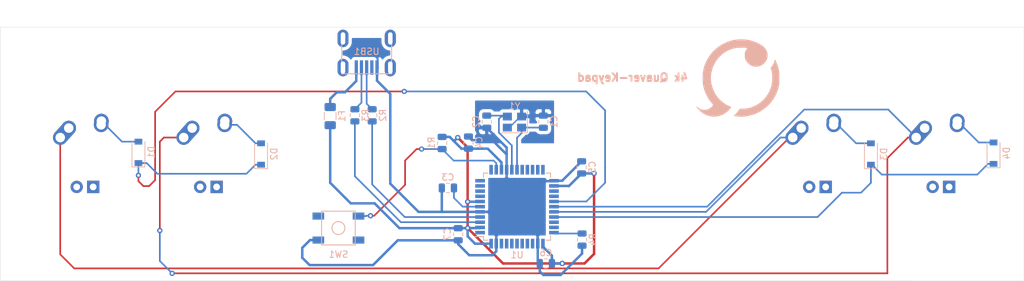
<source format=kicad_pcb>
(kicad_pcb (version 20171130) (host pcbnew "(5.1.4)-1")

  (general
    (thickness 1.6)
    (drawings 8)
    (tracks 235)
    (zones 0)
    (modules 25)
    (nets 45)
  )

  (page A4)
  (layers
    (0 F.Cu signal)
    (31 B.Cu signal)
    (32 B.Adhes user)
    (33 F.Adhes user)
    (34 B.Paste user)
    (35 F.Paste user)
    (36 B.SilkS user)
    (37 F.SilkS user)
    (38 B.Mask user)
    (39 F.Mask user)
    (40 Dwgs.User user)
    (41 Cmts.User user)
    (42 Eco1.User user)
    (43 Eco2.User user)
    (44 Edge.Cuts user)
    (45 Margin user)
    (46 B.CrtYd user)
    (47 F.CrtYd user)
    (48 B.Fab user)
    (49 F.Fab user)
  )

  (setup
    (last_trace_width 0.254)
    (trace_clearance 0.2)
    (zone_clearance 0.508)
    (zone_45_only no)
    (trace_min 0.2)
    (via_size 0.8)
    (via_drill 0.4)
    (via_min_size 0.4)
    (via_min_drill 0.3)
    (uvia_size 0.3)
    (uvia_drill 0.1)
    (uvias_allowed no)
    (uvia_min_size 0.2)
    (uvia_min_drill 0.1)
    (edge_width 0.05)
    (segment_width 0.2)
    (pcb_text_width 0.3)
    (pcb_text_size 1.5 1.5)
    (mod_edge_width 0.12)
    (mod_text_size 1 1)
    (mod_text_width 0.15)
    (pad_size 1.524 1.524)
    (pad_drill 0.762)
    (pad_to_mask_clearance 0.051)
    (solder_mask_min_width 0.25)
    (aux_axis_origin 0 0)
    (visible_elements 7FFFFFFF)
    (pcbplotparams
      (layerselection 0x010fc_ffffffff)
      (usegerberextensions true)
      (usegerberattributes false)
      (usegerberadvancedattributes false)
      (creategerberjobfile false)
      (excludeedgelayer true)
      (linewidth 0.100000)
      (plotframeref false)
      (viasonmask false)
      (mode 1)
      (useauxorigin false)
      (hpglpennumber 1)
      (hpglpenspeed 20)
      (hpglpendiameter 15.000000)
      (psnegative false)
      (psa4output false)
      (plotreference true)
      (plotvalue false)
      (plotinvisibletext false)
      (padsonsilk false)
      (subtractmaskfromsilk true)
      (outputformat 1)
      (mirror false)
      (drillshape 0)
      (scaleselection 1)
      (outputdirectory "../jlcpcb/"))
  )

  (net 0 "")
  (net 1 GND)
  (net 2 "Net-(C1-Pad1)")
  (net 3 "Net-(C2-Pad1)")
  (net 4 "Net-(C3-Pad1)")
  (net 5 +5V)
  (net 6 "Net-(D1-Pad2)")
  (net 7 ROW0)
  (net 8 "Net-(D2-Pad2)")
  (net 9 "Net-(D3-Pad2)")
  (net 10 ROW1)
  (net 11 "Net-(D4-Pad2)")
  (net 12 VCC)
  (net 13 COL0)
  (net 14 COL1)
  (net 15 "Net-(R1-Pad2)")
  (net 16 D+)
  (net 17 "Net-(R2-Pad1)")
  (net 18 D-)
  (net 19 "Net-(R3-Pad1)")
  (net 20 "Net-(R4-Pad2)")
  (net 21 "Net-(U1-Pad1)")
  (net 22 "Net-(USB1-Pad6)")
  (net 23 "Net-(USB1-Pad2)")
  (net 24 "Net-(U1-Pad42)")
  (net 25 "Net-(U1-Pad41)")
  (net 26 "Net-(U1-Pad40)")
  (net 27 "Net-(U1-Pad39)")
  (net 28 "Net-(U1-Pad38)")
  (net 29 "Net-(U1-Pad37)")
  (net 30 "Net-(U1-Pad36)")
  (net 31 "Net-(U1-Pad32)")
  (net 32 "Net-(U1-Pad31)")
  (net 33 "Net-(U1-Pad26)")
  (net 34 "Net-(U1-Pad25)")
  (net 35 "Net-(U1-Pad22)")
  (net 36 "Net-(U1-Pad21)")
  (net 37 "Net-(U1-Pad20)")
  (net 38 "Net-(U1-Pad19)")
  (net 39 "Net-(U1-Pad18)")
  (net 40 "Net-(U1-Pad12)")
  (net 41 "Net-(U1-Pad11)")
  (net 42 "Net-(U1-Pad10)")
  (net 43 "Net-(U1-Pad9)")
  (net 44 "Net-(U1-Pad8)")

  (net_class Default "This is the default net class."
    (clearance 0.2)
    (trace_width 0.254)
    (via_dia 0.8)
    (via_drill 0.4)
    (uvia_dia 0.3)
    (uvia_drill 0.1)
    (add_net COL0)
    (add_net COL1)
    (add_net D+)
    (add_net D-)
    (add_net "Net-(C1-Pad1)")
    (add_net "Net-(C2-Pad1)")
    (add_net "Net-(C3-Pad1)")
    (add_net "Net-(D1-Pad2)")
    (add_net "Net-(D2-Pad2)")
    (add_net "Net-(D3-Pad2)")
    (add_net "Net-(D4-Pad2)")
    (add_net "Net-(R1-Pad2)")
    (add_net "Net-(R2-Pad1)")
    (add_net "Net-(R3-Pad1)")
    (add_net "Net-(R4-Pad2)")
    (add_net "Net-(U1-Pad1)")
    (add_net "Net-(U1-Pad10)")
    (add_net "Net-(U1-Pad11)")
    (add_net "Net-(U1-Pad12)")
    (add_net "Net-(U1-Pad18)")
    (add_net "Net-(U1-Pad19)")
    (add_net "Net-(U1-Pad20)")
    (add_net "Net-(U1-Pad21)")
    (add_net "Net-(U1-Pad22)")
    (add_net "Net-(U1-Pad25)")
    (add_net "Net-(U1-Pad26)")
    (add_net "Net-(U1-Pad31)")
    (add_net "Net-(U1-Pad32)")
    (add_net "Net-(U1-Pad36)")
    (add_net "Net-(U1-Pad37)")
    (add_net "Net-(U1-Pad38)")
    (add_net "Net-(U1-Pad39)")
    (add_net "Net-(U1-Pad40)")
    (add_net "Net-(U1-Pad41)")
    (add_net "Net-(U1-Pad42)")
    (add_net "Net-(U1-Pad8)")
    (add_net "Net-(U1-Pad9)")
    (add_net "Net-(USB1-Pad2)")
    (add_net "Net-(USB1-Pad6)")
    (add_net ROW0)
    (add_net ROW1)
  )

  (net_class Power ""
    (clearance 0.2)
    (trace_width 0.381)
    (via_dia 0.8)
    (via_drill 0.4)
    (uvia_dia 0.3)
    (uvia_drill 0.1)
    (add_net +5V)
    (add_net GND)
    (add_net VCC)
  )

  (module random-keyboard-parts:quaver-keypad (layer B.Cu) (tedit 0) (tstamp 635F2CBB)
    (at 230.886 93.091 180)
    (fp_text reference G*** (at 0 0) (layer B.SilkS) hide
      (effects (font (size 1.524 1.524) (thickness 0.3)) (justify mirror))
    )
    (fp_text value LOGO (at 0.75 0) (layer B.SilkS) hide
      (effects (font (size 1.524 1.524) (thickness 0.3)) (justify mirror))
    )
    (fp_poly (pts (xy 6.364459 -4.292864) (xy 6.366982 -4.325945) (xy 6.362788 -4.333434) (xy 6.353168 -4.327121)
      (xy 6.351671 -4.305653) (xy 6.35684 -4.283067) (xy 6.364459 -4.292864)) (layer B.SilkS) (width 0.01))
    (fp_poly (pts (xy -0.33538 5.998203) (xy -0.175701 5.995526) (xy -0.035451 5.990705) (xy 0.078224 5.983689)
      (xy 0.15818 5.974427) (xy 0.169333 5.972334) (xy 0.247006 5.958448) (xy 0.347599 5.943394)
      (xy 0.451891 5.930004) (xy 0.472649 5.927648) (xy 0.566259 5.915842) (xy 0.651549 5.902508)
      (xy 0.713933 5.890005) (xy 0.726649 5.886572) (xy 0.796538 5.865626) (xy 0.867833 5.844719)
      (xy 0.950184 5.819773) (xy 1.040365 5.790704) (xy 1.123568 5.762442) (xy 1.184985 5.73992)
      (xy 1.195917 5.735461) (xy 1.246219 5.71891) (xy 1.30969 5.703619) (xy 1.312333 5.7031)
      (xy 1.381922 5.684218) (xy 1.443574 5.659534) (xy 1.499251 5.638021) (xy 1.542397 5.630333)
      (xy 1.579561 5.621085) (xy 1.642595 5.596425) (xy 1.720079 5.560985) (xy 1.749823 5.54622)
      (xy 1.848684 5.496858) (xy 1.956329 5.444446) (xy 2.065648 5.392289) (xy 2.169528 5.343693)
      (xy 2.26086 5.301966) (xy 2.332532 5.270412) (xy 2.377435 5.252337) (xy 2.388383 5.249333)
      (xy 2.413575 5.236623) (xy 2.45791 5.204239) (xy 2.48609 5.181075) (xy 2.555035 5.128015)
      (xy 2.648254 5.063929) (xy 2.752534 4.997168) (xy 2.854666 4.936084) (xy 2.941439 4.889028)
      (xy 2.96816 4.876328) (xy 3.021321 4.845105) (xy 3.055262 4.811331) (xy 3.059022 4.803451)
      (xy 3.080999 4.773791) (xy 3.128642 4.728717) (xy 3.19271 4.67677) (xy 3.210354 4.663604)
      (xy 3.28609 4.603654) (xy 3.377082 4.525037) (xy 3.469559 4.439895) (xy 3.521659 4.389098)
      (xy 3.594927 4.317675) (xy 3.661862 4.256042) (xy 3.714358 4.211452) (xy 3.741517 4.192397)
      (xy 3.781652 4.159946) (xy 3.826935 4.106556) (xy 3.844242 4.081219) (xy 3.886877 4.023425)
      (xy 3.948387 3.951683) (xy 4.016277 3.880471) (xy 4.02385 3.873047) (xy 4.081643 3.814149)
      (xy 4.125238 3.764584) (xy 4.147327 3.732839) (xy 4.148667 3.728089) (xy 4.160684 3.703501)
      (xy 4.193737 3.651802) (xy 4.243327 3.579644) (xy 4.304953 3.493683) (xy 4.332923 3.45563)
      (xy 4.410995 3.345423) (xy 4.490125 3.225575) (xy 4.561434 3.110016) (xy 4.616042 3.012674)
      (xy 4.619266 3.006399) (xy 4.665977 2.918208) (xy 4.710415 2.840381) (xy 4.746501 2.783268)
      (xy 4.763093 2.761619) (xy 4.793425 2.723827) (xy 4.804833 2.699704) (xy 4.813545 2.671001)
      (xy 4.836633 2.614848) (xy 4.869529 2.541652) (xy 4.907661 2.46182) (xy 4.921434 2.434167)
      (xy 4.94536 2.374178) (xy 4.96313 2.311051) (xy 4.980331 2.256811) (xy 5.011142 2.181469)
      (xy 5.048965 2.101123) (xy 5.049845 2.099384) (xy 5.085045 2.024422) (xy 5.110745 1.959203)
      (xy 5.12183 1.916843) (xy 5.121937 1.914525) (xy 5.131531 1.868991) (xy 5.142789 1.850678)
      (xy 5.158268 1.818553) (xy 5.178834 1.751859) (xy 5.202955 1.65784) (xy 5.2291 1.54374)
      (xy 5.25574 1.416802) (xy 5.281342 1.284271) (xy 5.304377 1.15339) (xy 5.323312 1.031403)
      (xy 5.33484 0.941917) (xy 5.347755 0.834713) (xy 5.362534 0.723411) (xy 5.376365 0.628996)
      (xy 5.378794 0.613833) (xy 5.387005 0.536181) (xy 5.392048 0.427855) (xy 5.394177 0.29474)
      (xy 5.393641 0.142719) (xy 5.390693 -0.022322) (xy 5.385582 -0.1945) (xy 5.37856 -0.367929)
      (xy 5.369879 -0.536726) (xy 5.359788 -0.695005) (xy 5.34854 -0.836883) (xy 5.336385 -0.956475)
      (xy 5.323574 -1.047896) (xy 5.310359 -1.105263) (xy 5.304925 -1.117505) (xy 5.296115 -1.146614)
      (xy 5.283872 -1.205623) (xy 5.270655 -1.282511) (xy 5.268969 -1.293345) (xy 5.255227 -1.372064)
      (xy 5.241232 -1.434802) (xy 5.229756 -1.469343) (xy 5.228626 -1.471083) (xy 5.216798 -1.501777)
      (xy 5.202035 -1.560948) (xy 5.188877 -1.628396) (xy 5.173608 -1.701988) (xy 5.156967 -1.759349)
      (xy 5.143879 -1.786088) (xy 5.125224 -1.824465) (xy 5.122333 -1.846983) (xy 5.113446 -1.88284)
      (xy 5.089676 -1.945449) (xy 5.055354 -2.023841) (xy 5.037667 -2.061254) (xy 5.000379 -2.140266)
      (xy 4.97147 -2.205284) (xy 4.955139 -2.246681) (xy 4.953 -2.255387) (xy 4.942695 -2.298797)
      (xy 4.914078 -2.371222) (xy 4.870593 -2.465364) (xy 4.815685 -2.573923) (xy 4.752797 -2.689599)
      (xy 4.725724 -2.737012) (xy 4.675017 -2.826638) (xy 4.633266 -2.904463) (xy 4.604616 -2.96247)
      (xy 4.593212 -2.992642) (xy 4.593167 -2.993449) (xy 4.581462 -3.029618) (xy 4.556125 -3.071847)
      (xy 4.521252 -3.121522) (xy 4.497917 -3.157237) (xy 4.477915 -3.186839) (xy 4.438378 -3.242965)
      (xy 4.38475 -3.317958) (xy 4.322475 -3.404166) (xy 4.312835 -3.41744) (xy 4.249251 -3.505923)
      (xy 4.193238 -3.585714) (xy 4.1504 -3.6487) (xy 4.126346 -3.686767) (xy 4.124899 -3.689446)
      (xy 4.098569 -3.726084) (xy 4.050683 -3.780883) (xy 3.990675 -3.843164) (xy 3.978367 -3.855268)
      (xy 3.888347 -3.949364) (xy 3.831297 -4.025624) (xy 3.80448 -4.088957) (xy 3.805159 -4.144267)
      (xy 3.809518 -4.157983) (xy 3.859862 -4.250082) (xy 3.941371 -4.351572) (xy 4.046503 -4.454695)
      (xy 4.16772 -4.551695) (xy 4.239361 -4.600162) (xy 4.319676 -4.647389) (xy 4.415979 -4.698735)
      (xy 4.51657 -4.748516) (xy 4.609755 -4.791045) (xy 4.683835 -4.820639) (xy 4.709583 -4.828687)
      (xy 4.92752 -4.869254) (xy 5.148459 -4.880908) (xy 5.35993 -4.863564) (xy 5.496164 -4.833978)
      (xy 5.599593 -4.797367) (xy 5.722563 -4.74294) (xy 5.850576 -4.67805) (xy 5.969137 -4.610053)
      (xy 6.063748 -4.546303) (xy 6.064746 -4.545542) (xy 6.107302 -4.518451) (xy 6.135383 -4.5085)
      (xy 6.160332 -4.493229) (xy 6.199681 -4.454224) (xy 6.22504 -4.424461) (xy 6.273653 -4.373033)
      (xy 6.307769 -4.355014) (xy 6.323852 -4.37067) (xy 6.319107 -4.417371) (xy 6.310186 -4.447602)
      (xy 6.296674 -4.475788) (xy 6.273017 -4.509466) (xy 6.233664 -4.556175) (xy 6.173063 -4.623453)
      (xy 6.143625 -4.655635) (xy 6.090848 -4.715759) (xy 6.051646 -4.765229) (xy 6.033105 -4.79498)
      (xy 6.0325 -4.797824) (xy 6.017855 -4.821151) (xy 5.978175 -4.86658) (xy 5.919839 -4.927838)
      (xy 5.849228 -4.998652) (xy 5.772722 -5.072749) (xy 5.6967 -5.143857) (xy 5.627543 -5.205701)
      (xy 5.571631 -5.252009) (xy 5.566833 -5.25568) (xy 5.506075 -5.298485) (xy 5.452689 -5.330678)
      (xy 5.42925 -5.341352) (xy 5.389209 -5.362729) (xy 5.334086 -5.402219) (xy 5.30225 -5.428441)
      (xy 5.249757 -5.473943) (xy 5.208593 -5.509449) (xy 5.194791 -5.521241) (xy 5.15754 -5.542174)
      (xy 5.120707 -5.556014) (xy 5.063078 -5.57621) (xy 5.005917 -5.599408) (xy 4.947518 -5.625086)
      (xy 4.87399 -5.657481) (xy 4.843036 -5.671137) (xy 4.781021 -5.696416) (xy 4.733015 -5.712267)
      (xy 4.717894 -5.715) (xy 4.688167 -5.721514) (xy 4.628035 -5.739121) (xy 4.547049 -5.764915)
      (xy 4.478608 -5.787803) (xy 4.181569 -5.868238) (xy 3.869879 -5.913846) (xy 3.554058 -5.923832)
      (xy 3.244627 -5.897405) (xy 3.175 -5.886009) (xy 3.056677 -5.860963) (xy 2.923742 -5.826978)
      (xy 2.801021 -5.79051) (xy 2.776921 -5.782475) (xy 2.688115 -5.753399) (xy 2.611065 -5.730612)
      (xy 2.5567 -5.717228) (xy 2.540045 -5.715) (xy 2.500549 -5.705767) (xy 2.488038 -5.695377)
      (xy 2.461482 -5.67691) (xy 2.410932 -5.655822) (xy 2.39683 -5.651194) (xy 2.192994 -5.568543)
      (xy 2.010833 -5.452994) (xy 1.943152 -5.403531) (xy 1.881187 -5.361933) (xy 1.8415 -5.338881)
      (xy 1.78327 -5.305508) (xy 1.708218 -5.255062) (xy 1.627617 -5.196012) (xy 1.55274 -5.136825)
      (xy 1.494858 -5.085967) (xy 1.471117 -5.060665) (xy 1.434974 -5.017499) (xy 1.381508 -4.956953)
      (xy 1.324355 -4.894371) (xy 1.267268 -4.831325) (xy 1.218084 -4.774118) (xy 1.187538 -4.73525)
      (xy 1.149077 -4.685489) (xy 1.105339 -4.6355) (xy 1.038492 -4.551076) (xy 1.009754 -4.480863)
      (xy 1.019579 -4.425968) (xy 1.019585 -4.425958) (xy 1.049799 -4.399072) (xy 1.105962 -4.36385)
      (xy 1.174556 -4.32727) (xy 1.242064 -4.296313) (xy 1.29497 -4.277957) (xy 1.31066 -4.275667)
      (xy 1.338101 -4.266567) (xy 1.39216 -4.242506) (xy 1.462047 -4.208338) (xy 1.47509 -4.201687)
      (xy 1.547393 -4.166146) (xy 1.606571 -4.13991) (xy 1.641437 -4.127882) (xy 1.644087 -4.127603)
      (xy 1.6738 -4.115532) (xy 1.723395 -4.084653) (xy 1.760504 -4.0579) (xy 1.82814 -4.009542)
      (xy 1.912586 -3.953289) (xy 1.984427 -3.908169) (xy 2.053426 -3.865139) (xy 2.109918 -3.827641)
      (xy 2.142265 -3.803418) (xy 2.143177 -3.802561) (xy 2.169215 -3.780059) (xy 2.221047 -3.737196)
      (xy 2.291344 -3.679976) (xy 2.372776 -3.6144) (xy 2.378933 -3.609469) (xy 2.529366 -3.483294)
      (xy 2.677873 -3.348116) (xy 2.819313 -3.209425) (xy 2.948548 -3.072709) (xy 3.060438 -2.943458)
      (xy 3.149844 -2.827161) (xy 3.211626 -2.729308) (xy 3.221698 -2.709333) (xy 3.246223 -2.667782)
      (xy 3.286193 -2.609426) (xy 3.332362 -2.546744) (xy 3.375485 -2.492216) (xy 3.406316 -2.458318)
      (xy 3.409896 -2.455333) (xy 3.423253 -2.433814) (xy 3.450509 -2.382448) (xy 3.487528 -2.30969)
      (xy 3.530173 -2.223991) (xy 3.574307 -2.133804) (xy 3.615794 -2.047582) (xy 3.650496 -1.973778)
      (xy 3.674276 -1.920845) (xy 3.683 -1.897297) (xy 3.692924 -1.874205) (xy 3.718603 -1.826442)
      (xy 3.745349 -1.779951) (xy 3.78354 -1.705159) (xy 3.812814 -1.62989) (xy 3.822262 -1.593811)
      (xy 3.839246 -1.524972) (xy 3.86113 -1.464888) (xy 3.863242 -1.4605) (xy 3.883237 -1.405923)
      (xy 3.900866 -1.334361) (xy 3.904801 -1.312333) (xy 3.929408 -1.194871) (xy 3.966873 -1.060575)
      (xy 4.011018 -0.931333) (xy 4.04296 -0.820489) (xy 4.069397 -0.675274) (xy 4.090067 -0.503326)
      (xy 4.104706 -0.312283) (xy 4.113051 -0.109781) (xy 4.11484 0.096541) (xy 4.109809 0.299047)
      (xy 4.097695 0.490099) (xy 4.078235 0.662061) (xy 4.068076 0.725247) (xy 4.049662 0.824352)
      (xy 4.032492 0.908757) (xy 4.018518 0.969364) (xy 4.009847 0.996834) (xy 3.997296 1.028586)
      (xy 3.979431 1.087051) (xy 3.96534 1.13942) (xy 3.941481 1.233162) (xy 3.915866 1.333822)
      (xy 3.905178 1.375833) (xy 3.864053 1.531031) (xy 3.82726 1.653642) (xy 3.79149 1.752718)
      (xy 3.753433 1.837312) (xy 3.709778 1.916475) (xy 3.703928 1.926167) (xy 3.684794 1.961866)
      (xy 3.655265 2.021398) (xy 3.630009 2.074333) (xy 3.597501 2.142247) (xy 3.569838 2.197606)
      (xy 3.556396 2.2225) (xy 3.538096 2.258176) (xy 3.509982 2.318401) (xy 3.484456 2.375753)
      (xy 3.444107 2.454871) (xy 3.396659 2.529039) (xy 3.36671 2.566253) (xy 3.323522 2.618066)
      (xy 3.293668 2.664465) (xy 3.288771 2.675958) (xy 3.268865 2.721539) (xy 3.257396 2.739458)
      (xy 3.189727 2.825389) (xy 3.139614 2.893147) (xy 3.096947 2.956602) (xy 3.082519 2.979376)
      (xy 3.033264 3.047512) (xy 2.977307 3.110475) (xy 2.959068 3.127543) (xy 2.852414 3.227168)
      (xy 2.730676 3.35364) (xy 2.707318 3.379149) (xy 2.663388 3.423769) (xy 2.600628 3.483078)
      (xy 2.532487 3.544375) (xy 2.531295 3.545417) (xy 2.439407 3.626413) (xy 2.375515 3.684676)
      (xy 2.335158 3.724647) (xy 2.313875 3.750771) (xy 2.307203 3.767491) (xy 2.307167 3.768629)
      (xy 2.290544 3.787598) (xy 2.281846 3.788833) (xy 2.253193 3.79976) (xy 2.204025 3.82684)
      (xy 2.148205 3.861525) (xy 2.099597 3.895267) (xy 2.074333 3.91679) (xy 2.051502 3.933009)
      (xy 2.003609 3.962706) (xy 1.958964 3.989021) (xy 1.878093 4.039176) (xy 1.794073 4.096364)
      (xy 1.761551 4.120297) (xy 1.705761 4.159655) (xy 1.661253 4.185333) (xy 1.644087 4.191021)
      (xy 1.614323 4.19996) (xy 1.558036 4.223607) (xy 1.486312 4.257236) (xy 1.471083 4.264748)
      (xy 1.398708 4.29972) (xy 1.340761 4.325814) (xy 1.307757 4.338342) (xy 1.304949 4.338811)
      (xy 1.272429 4.347713) (xy 1.215327 4.369921) (xy 1.146836 4.399626) (xy 1.080148 4.431021)
      (xy 1.028453 4.458297) (xy 1.016 4.466026) (xy 0.964888 4.494055) (xy 0.894171 4.52129)
      (xy 0.798726 4.549166) (xy 0.673431 4.579116) (xy 0.513163 4.612576) (xy 0.4445 4.626031)
      (xy 0.357553 4.644408) (xy 0.278754 4.663769) (xy 0.224388 4.680093) (xy 0.22225 4.680891)
      (xy 0.182653 4.688124) (xy 0.107082 4.694897) (xy 0.001892 4.701082) (xy -0.126559 4.706553)
      (xy -0.271914 4.71118) (xy -0.427816 4.714837) (xy -0.587909 4.717394) (xy -0.745834 4.718724)
      (xy -0.895236 4.7187) (xy -1.029758 4.717193) (xy -1.143042 4.714075) (xy -1.21991 4.709913)
      (xy -1.314659 4.701871) (xy -1.375622 4.693333) (xy -1.411303 4.681936) (xy -1.430208 4.665315)
      (xy -1.438019 4.649291) (xy -1.439987 4.596666) (xy -1.415399 4.553271) (xy -1.387104 4.51111)
      (xy -1.375833 4.482774) (xy -1.365262 4.455425) (xy -1.337808 4.404693) (xy -1.306737 4.353337)
      (xy -1.250217 4.262316) (xy -1.211614 4.194359) (xy -1.185396 4.137287) (xy -1.166031 4.078921)
      (xy -1.147985 4.007081) (xy -1.146459 4.0005) (xy -1.130721 3.901761) (xy -1.120361 3.772905)
      (xy -1.11537 3.625802) (xy -1.115742 3.472323) (xy -1.121467 3.324341) (xy -1.132539 3.193726)
      (xy -1.14705 3.100917) (xy -1.172373 3.004287) (xy -1.204859 2.911268) (xy -1.240024 2.832489)
      (xy -1.273382 2.778581) (xy -1.289498 2.763282) (xy -1.308652 2.738486) (xy -1.337345 2.687244)
      (xy -1.361243 2.638056) (xy -1.40501 2.565201) (xy -1.474411 2.475445) (xy -1.561177 2.377242)
      (xy -1.657042 2.279046) (xy -1.753739 2.189312) (xy -1.843001 2.116494) (xy -1.91656 2.069046)
      (xy -1.918701 2.067973) (xy -1.99428 2.028172) (xy -2.082807 1.978227) (xy -2.144334 1.941582)
      (xy -2.269719 1.879636) (xy -2.408875 1.843313) (xy -2.419501 1.841546) (xy -2.507545 1.826309)
      (xy -2.589657 1.810335) (xy -2.645833 1.797623) (xy -2.756949 1.780946) (xy -2.892914 1.779558)
      (xy -3.043258 1.79169) (xy -3.197508 1.81557) (xy -3.345193 1.849428) (xy -3.475842 1.891491)
      (xy -3.578983 1.93999) (xy -3.610056 1.960692) (xy -3.674368 2.002098) (xy -3.747669 2.039864)
      (xy -3.757865 2.044274) (xy -3.888937 2.116078) (xy -4.023242 2.219871) (xy -4.152312 2.346954)
      (xy -4.267682 2.488633) (xy -4.360885 2.63621) (xy -4.388974 2.692559) (xy -4.416071 2.744953)
      (xy -4.439147 2.778614) (xy -4.443735 2.782635) (xy -4.471437 2.816276) (xy -4.503201 2.879574)
      (xy -4.534314 2.960773) (xy -4.56006 3.048116) (xy -4.571386 3.100917) (xy -4.597988 3.257726)
      (xy -4.616144 3.38178) (xy -4.62649 3.481669) (xy -4.629666 3.565983) (xy -4.626308 3.643315)
      (xy -4.617376 3.720042) (xy -4.596389 3.861584) (xy -4.578071 3.969679) (xy -4.559849 4.052887)
      (xy -4.539152 4.11977) (xy -4.513406 4.178889) (xy -4.48004 4.238803) (xy -4.444368 4.295812)
      (xy -4.398082 4.370135) (xy -4.362179 4.431907) (xy -4.341859 4.471981) (xy -4.339167 4.480917)
      (xy -4.326695 4.510759) (xy -4.29671 4.552875) (xy -4.2967 4.552886) (xy -4.215253 4.650177)
      (xy -4.155396 4.720903) (xy -4.111798 4.77117) (xy -4.079129 4.807084) (xy -4.052058 4.834751)
      (xy -4.042833 4.843699) (xy -3.992438 4.888695) (xy -3.929034 4.94076) (xy -3.861852 4.992902)
      (xy -3.800124 5.038133) (xy -3.753079 5.069463) (xy -3.730754 5.08) (xy -3.7049 5.0931)
      (xy -3.661432 5.126223) (xy -3.639187 5.145539) (xy -3.588063 5.184146) (xy -3.517545 5.228093)
      (xy -3.439403 5.271135) (xy -3.365404 5.307025) (xy -3.307316 5.329519) (xy -3.284075 5.334)
      (xy -3.260988 5.348313) (xy -3.259667 5.355167) (xy -3.243912 5.375722) (xy -3.238982 5.376334)
      (xy -3.20975 5.38575) (xy -3.150325 5.411723) (xy -3.067843 5.45084) (xy -2.969438 5.499685)
      (xy -2.862245 5.554846) (xy -2.82575 5.574069) (xy -2.756756 5.605654) (xy -2.694198 5.626037)
      (xy -2.665942 5.630245) (xy -2.617054 5.637398) (xy -2.591858 5.649801) (xy -2.561472 5.665823)
      (xy -2.504364 5.686589) (xy -2.455333 5.70128) (xy -2.327155 5.736767) (xy -2.233819 5.763322)
      (xy -2.169252 5.78287) (xy -2.127379 5.797337) (xy -2.102125 5.808646) (xy -2.089015 5.817358)
      (xy -2.049409 5.835318) (xy -1.970792 5.857222) (xy -1.856237 5.882433) (xy -1.708817 5.91031)
      (xy -1.531606 5.940216) (xy -1.397 5.961181) (xy -1.301368 5.972088) (xy -1.175151 5.981207)
      (xy -1.025496 5.988488) (xy -0.859547 5.993878) (xy -0.684448 5.997328) (xy -0.507344 5.998787)
      (xy -0.33538 5.998203)) (layer B.SilkS) (width 0.01))
    (fp_poly (pts (xy -5.727642 2.839918) (xy -5.715915 2.787629) (xy -5.70381 2.712895) (xy -5.687687 2.640646)
      (xy -5.665611 2.576421) (xy -5.660061 2.564728) (xy -5.638726 2.516534) (xy -5.630464 2.484483)
      (xy -5.619674 2.440265) (xy -5.591784 2.37279) (xy -5.553041 2.294114) (xy -5.509693 2.216291)
      (xy -5.467989 2.151377) (xy -5.439833 2.116667) (xy -5.426083 2.093793) (xy -5.399337 2.042909)
      (xy -5.364906 1.974178) (xy -5.358112 1.960305) (xy -5.308282 1.87213) (xy -5.247909 1.784825)
      (xy -5.19407 1.721623) (xy -5.128436 1.642185) (xy -5.101592 1.571243) (xy -5.112297 1.503527)
      (xy -5.133788 1.46568) (xy -5.172205 1.390535) (xy -5.209283 1.278938) (xy -5.243247 1.136768)
      (xy -5.259944 1.04775) (xy -5.277406 0.952425) (xy -5.29624 0.859612) (xy -5.312619 0.788086)
      (xy -5.313885 0.783167) (xy -5.322829 0.725468) (xy -5.329981 0.632392) (xy -5.33537 0.510856)
      (xy -5.339025 0.367776) (xy -5.340976 0.210069) (xy -5.341251 0.044653) (xy -5.339879 -0.121556)
      (xy -5.33689 -0.281641) (xy -5.332312 -0.428685) (xy -5.326175 -0.555771) (xy -5.318507 -0.655982)
      (xy -5.309339 -0.722401) (xy -5.307527 -0.73025) (xy -5.286378 -0.823942) (xy -5.268066 -0.92372)
      (xy -5.26086 -0.973667) (xy -5.233122 -1.123165) (xy -5.189015 -1.270291) (xy -5.14411 -1.375833)
      (xy -5.114329 -1.445143) (xy -5.09268 -1.51375) (xy -5.091609 -1.518465) (xy -5.075937 -1.569085)
      (xy -5.058196 -1.598404) (xy -5.057205 -1.59909) (xy -5.041192 -1.627724) (xy -5.036949 -1.657541)
      (xy -5.027428 -1.705362) (xy -5.004516 -1.768428) (xy -4.995333 -1.788583) (xy -4.970011 -1.84661)
      (xy -4.955219 -1.891298) (xy -4.953718 -1.901019) (xy -4.941886 -1.947199) (xy -4.912901 -2.014007)
      (xy -4.874109 -2.087546) (xy -4.832854 -2.15392) (xy -4.796482 -2.19923) (xy -4.795723 -2.199949)
      (xy -4.754521 -2.252872) (xy -4.730488 -2.308362) (xy -4.710528 -2.361174) (xy -4.687056 -2.392962)
      (xy -4.661217 -2.423133) (xy -4.656667 -2.436542) (xy -4.645774 -2.461741) (xy -4.616847 -2.512345)
      (xy -4.575515 -2.578658) (xy -4.562962 -2.597992) (xy -4.496745 -2.695497) (xy -4.431892 -2.781722)
      (xy -4.355682 -2.873125) (xy -4.31086 -2.924202) (xy -4.27872 -2.972615) (xy -4.266814 -3.000213)
      (xy -4.244646 -3.037176) (xy -4.20158 -3.088337) (xy -4.166294 -3.124011) (xy -4.071395 -3.214614)
      (xy -3.998854 -3.286268) (xy -3.939549 -3.348328) (xy -3.88436 -3.410148) (xy -3.862917 -3.435114)
      (xy -3.813261 -3.487754) (xy -3.769987 -3.523887) (xy -3.7465 -3.534765) (xy -3.718464 -3.548678)
      (xy -3.668301 -3.585964) (xy -3.604065 -3.640312) (xy -3.557395 -3.682913) (xy -3.486484 -3.746931)
      (xy -3.422593 -3.799918) (xy -3.374535 -3.834801) (xy -3.356312 -3.84431) (xy -3.319126 -3.863481)
      (xy -3.260736 -3.901822) (xy -3.192677 -3.95167) (xy -3.180746 -3.960916) (xy -3.11638 -4.009478)
      (xy -3.064025 -4.045732) (xy -3.033043 -4.063282) (xy -3.02988 -4.064) (xy -3.00156 -4.078459)
      (xy -2.986224 -4.093673) (xy -2.947759 -4.121043) (xy -2.904257 -4.137656) (xy -2.849196 -4.158394)
      (xy -2.815167 -4.179562) (xy -2.769747 -4.206909) (xy -2.7305 -4.2217) (xy -2.671831 -4.241474)
      (xy -2.614083 -4.265223) (xy -2.507232 -4.313641) (xy -2.431814 -4.346741) (xy -2.380969 -4.367251)
      (xy -2.347835 -4.377899) (xy -2.325551 -4.381413) (xy -2.321651 -4.3815) (xy -2.291038 -4.389948)
      (xy -2.286 -4.398772) (xy -2.2675 -4.417052) (xy -2.219495 -4.442327) (xy -2.153232 -4.470121)
      (xy -2.079955 -4.495954) (xy -2.010909 -4.515351) (xy -1.97654 -4.521988) (xy -1.901869 -4.538189)
      (xy -1.831801 -4.561659) (xy -1.827718 -4.563436) (xy -1.761671 -4.584671) (xy -1.700039 -4.593167)
      (xy -1.644835 -4.598918) (xy -1.570034 -4.613639) (xy -1.523321 -4.625494) (xy -1.451452 -4.639292)
      (xy -1.339234 -4.652065) (xy -1.188643 -4.663643) (xy -1.001655 -4.673859) (xy -0.910642 -4.677787)
      (xy -0.766601 -4.684001) (xy -0.633988 -4.690527) (xy -0.519576 -4.696967) (xy -0.430137 -4.702924)
      (xy -0.372445 -4.708) (xy -0.356543 -4.710306) (xy -0.313691 -4.734502) (xy -0.258474 -4.785642)
      (xy -0.19941 -4.853848) (xy -0.145017 -4.929239) (xy -0.103813 -5.001937) (xy -0.102335 -5.005142)
      (xy -0.078817 -5.044341) (xy -0.060103 -5.058833) (xy -0.045498 -5.07653) (xy -0.042333 -5.099786)
      (xy -0.02829 -5.131478) (xy 0.009614 -5.184537) (xy 0.065036 -5.250665) (xy 0.111125 -5.300565)
      (xy 0.194022 -5.387706) (xy 0.283316 -5.48285) (xy 0.363983 -5.569951) (xy 0.389863 -5.598279)
      (xy 0.449194 -5.66025) (xy 0.500464 -5.707787) (xy 0.535536 -5.733577) (xy 0.543322 -5.736167)
      (xy 0.56931 -5.746685) (xy 0.56266 -5.773011) (xy 0.525845 -5.807306) (xy 0.519536 -5.811572)
      (xy 0.46753 -5.831523) (xy 0.378261 -5.849204) (xy 0.256782 -5.863648) (xy 0.239078 -5.865221)
      (xy 0.121438 -5.875972) (xy -0.002745 -5.888391) (xy -0.113935 -5.900486) (xy -0.158195 -5.905745)
      (xy -0.287111 -5.916759) (xy -0.444615 -5.922595) (xy -0.617301 -5.923409) (xy -0.79176 -5.919356)
      (xy -0.954585 -5.91059) (xy -1.09237 -5.897267) (xy -1.11125 -5.894716) (xy -1.22032 -5.879194)
      (xy -1.33555 -5.862744) (xy -1.434946 -5.848507) (xy -1.449917 -5.846356) (xy -1.552767 -5.827865)
      (xy -1.666935 -5.80186) (xy -1.74625 -5.78022) (xy -1.843908 -5.753087) (xy -1.947826 -5.727919)
      (xy -2.021417 -5.712832) (xy -2.103068 -5.69527) (xy -2.178156 -5.674061) (xy -2.215116 -5.660303)
      (xy -2.280824 -5.638889) (xy -2.342116 -5.630203) (xy -2.407281 -5.619856) (xy -2.459199 -5.600448)
      (xy -2.522671 -5.57461) (xy -2.586199 -5.557242) (xy -2.641896 -5.542045) (xy -2.711841 -5.517166)
      (xy -2.782993 -5.488013) (xy -2.842309 -5.459991) (xy -2.876747 -5.43851) (xy -2.87933 -5.435712)
      (xy -2.90322 -5.419872) (xy -2.954568 -5.393382) (xy -3.016914 -5.364399) (xy -3.097648 -5.32813)
      (xy -3.196499 -5.283174) (xy -3.300858 -5.235323) (xy -3.39812 -5.190369) (xy -3.475676 -5.154103)
      (xy -3.503083 -5.141057) (xy -3.544804 -5.114646) (xy -3.599215 -5.072557) (xy -3.6195 -5.055188)
      (xy -3.683423 -5.006505) (xy -3.751095 -4.966171) (xy -3.767667 -4.958474) (xy -3.807294 -4.935912)
      (xy -3.871753 -4.892922) (xy -3.952875 -4.835594) (xy -4.042493 -4.770014) (xy -4.132438 -4.70227)
      (xy -4.214541 -4.638452) (xy -4.280635 -4.584647) (xy -4.32255 -4.546943) (xy -4.328583 -4.540406)
      (xy -4.362595 -4.512064) (xy -4.402667 -4.487472) (xy -4.438975 -4.460651) (xy -4.495025 -4.410411)
      (xy -4.562193 -4.344757) (xy -4.611584 -4.293515) (xy -4.677268 -4.225673) (xy -4.733668 -4.171223)
      (xy -4.773882 -4.136601) (xy -4.789612 -4.1275) (xy -4.81602 -4.112634) (xy -4.855437 -4.076677)
      (xy -4.895723 -4.032589) (xy -4.924735 -3.993331) (xy -4.931833 -3.975684) (xy -4.945696 -3.954135)
      (xy -4.983059 -3.909833) (xy -5.037583 -3.850056) (xy -5.08 -3.80555) (xy -5.142586 -3.738491)
      (xy -5.192094 -3.680769) (xy -5.222125 -3.640119) (xy -5.228167 -3.626522) (xy -5.243948 -3.592611)
      (xy -5.254687 -3.58351) (xy -5.280807 -3.557045) (xy -5.318832 -3.507697) (xy -5.343835 -3.471333)
      (xy -5.389284 -3.40527) (xy -5.448212 -3.323664) (xy -5.507815 -3.244246) (xy -5.555703 -3.179681)
      (xy -5.591388 -3.127238) (xy -5.608519 -3.096373) (xy -5.609167 -3.093379) (xy -5.623641 -3.065175)
      (xy -5.639556 -3.049129) (xy -5.666094 -3.010793) (xy -5.683751 -2.961053) (xy -5.704654 -2.906986)
      (xy -5.742155 -2.84067) (xy -5.764486 -2.808293) (xy -5.800743 -2.757064) (xy -5.833356 -2.703822)
      (xy -5.867612 -2.638683) (xy -5.908798 -2.551761) (xy -5.947598 -2.465917) (xy -5.996531 -2.354846)
      (xy -6.02914 -2.276669) (xy -6.047488 -2.226147) (xy -6.05364 -2.198042) (xy -6.053667 -2.196715)
      (xy -6.061869 -2.164387) (xy -6.082747 -2.109381) (xy -6.097314 -2.075724) (xy -6.168629 -1.914311)
      (xy -6.221617 -1.785855) (xy -6.257859 -1.685956) (xy -6.278938 -1.61021) (xy -6.286436 -1.554218)
      (xy -6.2865 -1.549369) (xy -6.295133 -1.48082) (xy -6.316028 -1.409689) (xy -6.31721 -1.406808)
      (xy -6.336267 -1.344675) (xy -6.35312 -1.261727) (xy -6.361313 -1.201113) (xy -6.375052 -1.108002)
      (xy -6.395765 -1.012485) (xy -6.409978 -0.963083) (xy -6.418681 -0.932609) (xy -6.425853 -0.895552)
      (xy -6.431636 -0.847797) (xy -6.436173 -0.785228) (xy -6.439608 -0.703732) (xy -6.442082 -0.599192)
      (xy -6.443739 -0.467495) (xy -6.444722 -0.304525) (xy -6.445174 -0.106167) (xy -6.44525 0.052917)
      (xy -6.444958 0.287306) (xy -6.444021 0.48251) (xy -6.442352 0.641673) (xy -6.439862 0.767941)
      (xy -6.436461 0.864457) (xy -6.432062 0.934367) (xy -6.426575 0.980815) (xy -6.419912 1.006945)
      (xy -6.418244 1.01034) (xy -6.403081 1.053168) (xy -6.387017 1.124503) (xy -6.373001 1.210698)
      (xy -6.370208 1.23259) (xy -6.357969 1.319459) (xy -6.344233 1.394005) (xy -6.331521 1.443028)
      (xy -6.328718 1.449917) (xy -6.313673 1.49441) (xy -6.297362 1.562398) (xy -6.288589 1.608667)
      (xy -6.244554 1.788316) (xy -6.17567 1.968352) (xy -6.170701 1.979083) (xy -6.119894 2.08952)
      (xy -6.085578 2.169661) (xy -6.064989 2.226911) (xy -6.055362 2.268676) (xy -6.053667 2.292683)
      (xy -6.047413 2.334299) (xy -6.034182 2.3495) (xy -6.016812 2.36781) (xy -6.00094 2.412309)
      (xy -5.999975 2.416528) (xy -5.977769 2.483325) (xy -5.945456 2.54882) (xy -5.917899 2.609619)
      (xy -5.905619 2.667563) (xy -5.905579 2.670027) (xy -5.894757 2.716048) (xy -5.87375 2.738155)
      (xy -5.845614 2.765081) (xy -5.842 2.780318) (xy -5.825786 2.812711) (xy -5.790393 2.844113)
      (xy -5.760608 2.861685) (xy -5.741116 2.862445) (xy -5.727642 2.839918)) (layer B.SilkS) (width 0.01))
  )

  (module MX_Alps_Hybrid:MX-1U (layer F.Cu) (tedit 5A9F3A9A) (tstamp 635DC941)
    (at 243.205 104.775)
    (path /5D09AA2F)
    (fp_text reference MX3 (at 0 3.175) (layer Dwgs.User)
      (effects (font (size 1 1) (thickness 0.15)))
    )
    (fp_text value MX-NoLED (at 0 -7.9375) (layer Dwgs.User)
      (effects (font (size 1 1) (thickness 0.15)))
    )
    (fp_line (start 5 -7) (end 7 -7) (layer Dwgs.User) (width 0.15))
    (fp_line (start 7 -7) (end 7 -5) (layer Dwgs.User) (width 0.15))
    (fp_line (start 5 7) (end 7 7) (layer Dwgs.User) (width 0.15))
    (fp_line (start 7 7) (end 7 5) (layer Dwgs.User) (width 0.15))
    (fp_line (start -7 5) (end -7 7) (layer Dwgs.User) (width 0.15))
    (fp_line (start -7 7) (end -5 7) (layer Dwgs.User) (width 0.15))
    (fp_line (start -5 -7) (end -7 -7) (layer Dwgs.User) (width 0.15))
    (fp_line (start -7 -7) (end -7 -5) (layer Dwgs.User) (width 0.15))
    (fp_line (start -9.525 -9.525) (end 9.525 -9.525) (layer Dwgs.User) (width 0.15))
    (fp_line (start 9.525 -9.525) (end 9.525 9.525) (layer Dwgs.User) (width 0.15))
    (fp_line (start 9.525 9.525) (end -9.525 9.525) (layer Dwgs.User) (width 0.15))
    (fp_line (start -9.525 9.525) (end -9.525 -9.525) (layer Dwgs.User) (width 0.15))
    (pad 2 thru_hole oval (at 2.5 -4.5 86.0548) (size 2.831378 2.25) (drill 1.47 (offset 0.290689 0)) (layers *.Cu B.Mask)
      (net 9 "Net-(D3-Pad2)"))
    (pad 2 thru_hole circle (at 2.54 -5.08) (size 2.25 2.25) (drill 1.47) (layers *.Cu B.Mask)
      (net 9 "Net-(D3-Pad2)"))
    (pad 1 thru_hole oval (at -3.81 -2.54 48.0996) (size 4.211556 2.25) (drill 1.47 (offset 0.980778 0)) (layers *.Cu B.Mask)
      (net 13 COL0))
    (pad "" np_thru_hole circle (at 0 0) (size 3.9878 3.9878) (drill 3.9878) (layers *.Cu *.Mask))
    (pad 1 thru_hole circle (at -2.5 -4) (size 2.25 2.25) (drill 1.47) (layers *.Cu B.Mask)
      (net 13 COL0))
    (pad 3 thru_hole circle (at -1.27 5.08) (size 1.905 1.905) (drill 1.04) (layers *.Cu B.Mask))
    (pad 4 thru_hole rect (at 1.27 5.08) (size 1.905 1.905) (drill 1.04) (layers *.Cu B.Mask))
    (pad "" np_thru_hole circle (at -5.08 0 48.0996) (size 1.75 1.75) (drill 1.75) (layers *.Cu *.Mask))
    (pad "" np_thru_hole circle (at 5.08 0 48.0996) (size 1.75 1.75) (drill 1.75) (layers *.Cu *.Mask))
  )

  (module random-keyboard-parts:Molex-0548190589 (layer B.Cu) (tedit 5C494815) (tstamp 635DCA1F)
    (at 173.647 86.94 270)
    (path /5C3480A6)
    (attr smd)
    (fp_text reference USB1 (at 2.032 0 180) (layer B.SilkS)
      (effects (font (size 1 1) (thickness 0.15)) (justify mirror))
    )
    (fp_text value Molex-0548190589 (at -5.08 0 180) (layer Dwgs.User)
      (effects (font (size 1 1) (thickness 0.15)))
    )
    (fp_line (start -3.75 3.85) (end -3.75 -3.85) (layer Dwgs.User) (width 0.15))
    (fp_line (start -1.75 4.572) (end -1.75 -4.572) (layer Dwgs.User) (width 0.15))
    (fp_line (start -3.75 -3.85) (end 0 -3.85) (layer Dwgs.User) (width 0.15))
    (fp_line (start -3.75 3.85) (end 0 3.85) (layer Dwgs.User) (width 0.15))
    (fp_line (start 5.45 3.85) (end 5.45 -3.85) (layer B.SilkS) (width 0.15))
    (fp_line (start 0 -3.85) (end 5.45 -3.85) (layer B.SilkS) (width 0.15))
    (fp_line (start 0 3.85) (end 5.45 3.85) (layer B.SilkS) (width 0.15))
    (fp_line (start -3.75 3.75) (end 5.5 3.75) (layer B.CrtYd) (width 0.15))
    (fp_line (start 5.5 3.75) (end 5.5 -3.75) (layer B.CrtYd) (width 0.15))
    (fp_line (start 5.5 -3.75) (end -3.75 -3.75) (layer B.CrtYd) (width 0.15))
    (fp_line (start -3.75 -3.75) (end -3.75 3.75) (layer B.CrtYd) (width 0.15))
    (fp_line (start 5.5 2) (end 3.25 2) (layer B.CrtYd) (width 0.15))
    (fp_line (start 3.25 2) (end 3.25 -2) (layer B.CrtYd) (width 0.15))
    (fp_line (start 3.25 -2) (end 5.5 -2) (layer B.CrtYd) (width 0.15))
    (fp_line (start 5.5 -1.25) (end 3.25 -1.25) (layer B.CrtYd) (width 0.15))
    (fp_line (start 3.25 -0.5) (end 5.5 -0.5) (layer B.CrtYd) (width 0.15))
    (fp_line (start 5.5 0.5) (end 3.25 0.5) (layer B.CrtYd) (width 0.15))
    (fp_line (start 3.25 1.25) (end 5.5 1.25) (layer B.CrtYd) (width 0.15))
    (fp_text user %R (at 2 0 180) (layer B.CrtYd)
      (effects (font (size 1 1) (thickness 0.15)) (justify mirror))
    )
    (pad 1 smd rect (at 4.5 -1.6 270) (size 2.25 0.5) (layers B.Cu B.Paste B.Mask)
      (net 1 GND))
    (pad 2 smd rect (at 4.5 -0.8 270) (size 2.25 0.5) (layers B.Cu B.Paste B.Mask)
      (net 23 "Net-(USB1-Pad2)"))
    (pad 3 smd rect (at 4.5 0 270) (size 2.25 0.5) (layers B.Cu B.Paste B.Mask)
      (net 16 D+))
    (pad 4 smd rect (at 4.5 0.8 270) (size 2.25 0.5) (layers B.Cu B.Paste B.Mask)
      (net 18 D-))
    (pad 5 smd rect (at 4.5 1.6 270) (size 2.25 0.5) (layers B.Cu B.Paste B.Mask)
      (net 12 VCC))
    (pad 6 thru_hole oval (at 4.5 3.65 270) (size 2.7 1.7) (drill oval 1.9 0.7) (layers *.Cu *.Mask)
      (net 22 "Net-(USB1-Pad6)"))
    (pad 6 thru_hole oval (at 4.5 -3.65 270) (size 2.7 1.7) (drill oval 1.9 0.7) (layers *.Cu *.Mask)
      (net 22 "Net-(USB1-Pad6)"))
    (pad 6 thru_hole oval (at 0 -3.65 270) (size 2.7 1.7) (drill oval 1.9 0.7) (layers *.Cu *.Mask)
      (net 22 "Net-(USB1-Pad6)"))
    (pad 6 thru_hole oval (at 0 3.65 270) (size 2.7 1.7) (drill oval 1.9 0.7) (layers *.Cu *.Mask)
      (net 22 "Net-(USB1-Pad6)"))
  )

  (module MX_Alps_Hybrid:MX-1U (layer F.Cu) (tedit 5A9F3A9A) (tstamp 635DC95A)
    (at 262.255 104.775)
    (path /5D09B9B4)
    (fp_text reference MX4 (at 0 3.175) (layer Dwgs.User)
      (effects (font (size 1 1) (thickness 0.15)))
    )
    (fp_text value MX-NoLED (at 0 -7.9375) (layer Dwgs.User)
      (effects (font (size 1 1) (thickness 0.15)))
    )
    (fp_line (start 5 -7) (end 7 -7) (layer Dwgs.User) (width 0.15))
    (fp_line (start 7 -7) (end 7 -5) (layer Dwgs.User) (width 0.15))
    (fp_line (start 5 7) (end 7 7) (layer Dwgs.User) (width 0.15))
    (fp_line (start 7 7) (end 7 5) (layer Dwgs.User) (width 0.15))
    (fp_line (start -7 5) (end -7 7) (layer Dwgs.User) (width 0.15))
    (fp_line (start -7 7) (end -5 7) (layer Dwgs.User) (width 0.15))
    (fp_line (start -5 -7) (end -7 -7) (layer Dwgs.User) (width 0.15))
    (fp_line (start -7 -7) (end -7 -5) (layer Dwgs.User) (width 0.15))
    (fp_line (start -9.525 -9.525) (end 9.525 -9.525) (layer Dwgs.User) (width 0.15))
    (fp_line (start 9.525 -9.525) (end 9.525 9.525) (layer Dwgs.User) (width 0.15))
    (fp_line (start 9.525 9.525) (end -9.525 9.525) (layer Dwgs.User) (width 0.15))
    (fp_line (start -9.525 9.525) (end -9.525 -9.525) (layer Dwgs.User) (width 0.15))
    (pad 2 thru_hole oval (at 2.5 -4.5 86.0548) (size 2.831378 2.25) (drill 1.47 (offset 0.290689 0)) (layers *.Cu B.Mask)
      (net 11 "Net-(D4-Pad2)"))
    (pad 2 thru_hole circle (at 2.54 -5.08) (size 2.25 2.25) (drill 1.47) (layers *.Cu B.Mask)
      (net 11 "Net-(D4-Pad2)"))
    (pad 1 thru_hole oval (at -3.81 -2.54 48.0996) (size 4.211556 2.25) (drill 1.47 (offset 0.980778 0)) (layers *.Cu B.Mask)
      (net 14 COL1))
    (pad "" np_thru_hole circle (at 0 0) (size 3.9878 3.9878) (drill 3.9878) (layers *.Cu *.Mask))
    (pad 1 thru_hole circle (at -2.5 -4) (size 2.25 2.25) (drill 1.47) (layers *.Cu B.Mask)
      (net 14 COL1))
    (pad 3 thru_hole circle (at -1.27 5.08) (size 1.905 1.905) (drill 1.04) (layers *.Cu B.Mask))
    (pad 4 thru_hole rect (at 1.27 5.08) (size 1.905 1.905) (drill 1.04) (layers *.Cu B.Mask))
    (pad "" np_thru_hole circle (at -5.08 0 48.0996) (size 1.75 1.75) (drill 1.75) (layers *.Cu *.Mask))
    (pad "" np_thru_hole circle (at 5.08 0 48.0996) (size 1.75 1.75) (drill 1.75) (layers *.Cu *.Mask))
  )

  (module Crystal:Crystal_SMD_3225-4Pin_3.2x2.5mm (layer B.Cu) (tedit 5A0FD1B2) (tstamp 635DCA33)
    (at 196.45775 99.8465 180)
    (descr "SMD Crystal SERIES SMD3225/4 http://www.txccrystal.com/images/pdf/7m-accuracy.pdf, 3.2x2.5mm^2 package")
    (tags "SMD SMT crystal")
    (path /5CEBCEA8)
    (attr smd)
    (fp_text reference Y1 (at 0 2.45) (layer B.SilkS)
      (effects (font (size 1 1) (thickness 0.15)) (justify mirror))
    )
    (fp_text value Crystal_GND24_Small (at 0 -2.45) (layer B.Fab)
      (effects (font (size 1 1) (thickness 0.15)) (justify mirror))
    )
    (fp_text user %R (at 1.924999 0.590001) (layer B.Fab)
      (effects (font (size 0.7 0.7) (thickness 0.105)) (justify mirror))
    )
    (fp_line (start -1.6 1.25) (end -1.6 -1.25) (layer B.Fab) (width 0.1))
    (fp_line (start -1.6 -1.25) (end 1.6 -1.25) (layer B.Fab) (width 0.1))
    (fp_line (start 1.6 -1.25) (end 1.6 1.25) (layer B.Fab) (width 0.1))
    (fp_line (start 1.6 1.25) (end -1.6 1.25) (layer B.Fab) (width 0.1))
    (fp_line (start -1.6 -0.25) (end -0.6 -1.25) (layer B.Fab) (width 0.1))
    (fp_line (start -2 1.65) (end -2 -1.65) (layer B.SilkS) (width 0.12))
    (fp_line (start -2 -1.65) (end 2 -1.65) (layer B.SilkS) (width 0.12))
    (fp_line (start -2.1 1.7) (end -2.1 -1.7) (layer B.CrtYd) (width 0.05))
    (fp_line (start -2.1 -1.7) (end 2.1 -1.7) (layer B.CrtYd) (width 0.05))
    (fp_line (start 2.1 -1.7) (end 2.1 1.7) (layer B.CrtYd) (width 0.05))
    (fp_line (start 2.1 1.7) (end -2.1 1.7) (layer B.CrtYd) (width 0.05))
    (pad 1 smd rect (at -1.1 -0.85 180) (size 1.4 1.2) (layers B.Cu B.Paste B.Mask)
      (net 2 "Net-(C1-Pad1)"))
    (pad 2 smd rect (at 1.1 -0.85 180) (size 1.4 1.2) (layers B.Cu B.Paste B.Mask)
      (net 1 GND))
    (pad 3 smd rect (at 1.1 0.85 180) (size 1.4 1.2) (layers B.Cu B.Paste B.Mask)
      (net 3 "Net-(C2-Pad1)"))
    (pad 4 smd rect (at -1.1 0.85 180) (size 1.4 1.2) (layers B.Cu B.Paste B.Mask)
      (net 1 GND))
    (model ${KISYS3DMOD}/Crystal.3dshapes/Crystal_SMD_3225-4Pin_3.2x2.5mm.wrl
      (at (xyz 0 0 0))
      (scale (xyz 1 1 1))
      (rotate (xyz 0 0 0))
    )
  )

  (module Package_QFP:TQFP-44_10x10mm_P0.8mm (layer B.Cu) (tedit 5A02F146) (tstamp 635DC9FF)
    (at 196.85 112.903)
    (descr "44-Lead Plastic Thin Quad Flatpack (PT) - 10x10x1.0 mm Body [TQFP] (see Microchip Packaging Specification 00000049BS.pdf)")
    (tags "QFP 0.8")
    (path /5CEB8A23)
    (attr smd)
    (fp_text reference U1 (at 0 7.45) (layer B.SilkS)
      (effects (font (size 1 1) (thickness 0.15)) (justify mirror))
    )
    (fp_text value ATmega32U4-AU (at 0 -7.45) (layer B.Fab)
      (effects (font (size 1 1) (thickness 0.15)) (justify mirror))
    )
    (fp_text user %R (at 0 0) (layer B.Fab)
      (effects (font (size 1 1) (thickness 0.15)) (justify mirror))
    )
    (fp_line (start -4 5) (end 5 5) (layer B.Fab) (width 0.15))
    (fp_line (start 5 5) (end 5 -5) (layer B.Fab) (width 0.15))
    (fp_line (start 5 -5) (end -5 -5) (layer B.Fab) (width 0.15))
    (fp_line (start -5 -5) (end -5 4) (layer B.Fab) (width 0.15))
    (fp_line (start -5 4) (end -4 5) (layer B.Fab) (width 0.15))
    (fp_line (start -6.7 6.7) (end -6.7 -6.7) (layer B.CrtYd) (width 0.05))
    (fp_line (start 6.7 6.7) (end 6.7 -6.7) (layer B.CrtYd) (width 0.05))
    (fp_line (start -6.7 6.7) (end 6.7 6.7) (layer B.CrtYd) (width 0.05))
    (fp_line (start -6.7 -6.7) (end 6.7 -6.7) (layer B.CrtYd) (width 0.05))
    (fp_line (start -5.175 5.175) (end -5.175 4.6) (layer B.SilkS) (width 0.15))
    (fp_line (start 5.175 5.175) (end 5.175 4.5) (layer B.SilkS) (width 0.15))
    (fp_line (start 5.175 -5.175) (end 5.175 -4.5) (layer B.SilkS) (width 0.15))
    (fp_line (start -5.175 -5.175) (end -5.175 -4.5) (layer B.SilkS) (width 0.15))
    (fp_line (start -5.175 5.175) (end -4.5 5.175) (layer B.SilkS) (width 0.15))
    (fp_line (start -5.175 -5.175) (end -4.5 -5.175) (layer B.SilkS) (width 0.15))
    (fp_line (start 5.175 -5.175) (end 4.5 -5.175) (layer B.SilkS) (width 0.15))
    (fp_line (start 5.175 5.175) (end 4.5 5.175) (layer B.SilkS) (width 0.15))
    (fp_line (start -5.175 4.6) (end -6.45 4.6) (layer B.SilkS) (width 0.15))
    (pad 1 smd rect (at -5.7 4) (size 1.5 0.55) (layers B.Cu B.Paste B.Mask)
      (net 21 "Net-(U1-Pad1)"))
    (pad 2 smd rect (at -5.7 3.2) (size 1.5 0.55) (layers B.Cu B.Paste B.Mask)
      (net 5 +5V))
    (pad 3 smd rect (at -5.7 2.4) (size 1.5 0.55) (layers B.Cu B.Paste B.Mask)
      (net 19 "Net-(R3-Pad1)"))
    (pad 4 smd rect (at -5.7 1.6) (size 1.5 0.55) (layers B.Cu B.Paste B.Mask)
      (net 17 "Net-(R2-Pad1)"))
    (pad 5 smd rect (at -5.7 0.8) (size 1.5 0.55) (layers B.Cu B.Paste B.Mask)
      (net 1 GND))
    (pad 6 smd rect (at -5.7 0) (size 1.5 0.55) (layers B.Cu B.Paste B.Mask)
      (net 4 "Net-(C3-Pad1)"))
    (pad 7 smd rect (at -5.7 -0.8) (size 1.5 0.55) (layers B.Cu B.Paste B.Mask)
      (net 5 +5V))
    (pad 8 smd rect (at -5.7 -1.6) (size 1.5 0.55) (layers B.Cu B.Paste B.Mask)
      (net 44 "Net-(U1-Pad8)"))
    (pad 9 smd rect (at -5.7 -2.4) (size 1.5 0.55) (layers B.Cu B.Paste B.Mask)
      (net 43 "Net-(U1-Pad9)"))
    (pad 10 smd rect (at -5.7 -3.2) (size 1.5 0.55) (layers B.Cu B.Paste B.Mask)
      (net 42 "Net-(U1-Pad10)"))
    (pad 11 smd rect (at -5.7 -4) (size 1.5 0.55) (layers B.Cu B.Paste B.Mask)
      (net 41 "Net-(U1-Pad11)"))
    (pad 12 smd rect (at -4 -5.7 270) (size 1.5 0.55) (layers B.Cu B.Paste B.Mask)
      (net 40 "Net-(U1-Pad12)"))
    (pad 13 smd rect (at -3.2 -5.7 270) (size 1.5 0.55) (layers B.Cu B.Paste B.Mask)
      (net 15 "Net-(R1-Pad2)"))
    (pad 14 smd rect (at -2.4 -5.7 270) (size 1.5 0.55) (layers B.Cu B.Paste B.Mask)
      (net 5 +5V))
    (pad 15 smd rect (at -1.6 -5.7 270) (size 1.5 0.55) (layers B.Cu B.Paste B.Mask)
      (net 1 GND))
    (pad 16 smd rect (at -0.8 -5.7 270) (size 1.5 0.55) (layers B.Cu B.Paste B.Mask)
      (net 3 "Net-(C2-Pad1)"))
    (pad 17 smd rect (at 0 -5.7 270) (size 1.5 0.55) (layers B.Cu B.Paste B.Mask)
      (net 2 "Net-(C1-Pad1)"))
    (pad 18 smd rect (at 0.8 -5.7 270) (size 1.5 0.55) (layers B.Cu B.Paste B.Mask)
      (net 39 "Net-(U1-Pad18)"))
    (pad 19 smd rect (at 1.6 -5.7 270) (size 1.5 0.55) (layers B.Cu B.Paste B.Mask)
      (net 38 "Net-(U1-Pad19)"))
    (pad 20 smd rect (at 2.4 -5.7 270) (size 1.5 0.55) (layers B.Cu B.Paste B.Mask)
      (net 37 "Net-(U1-Pad20)"))
    (pad 21 smd rect (at 3.2 -5.7 270) (size 1.5 0.55) (layers B.Cu B.Paste B.Mask)
      (net 36 "Net-(U1-Pad21)"))
    (pad 22 smd rect (at 4 -5.7 270) (size 1.5 0.55) (layers B.Cu B.Paste B.Mask)
      (net 35 "Net-(U1-Pad22)"))
    (pad 23 smd rect (at 5.7 -4) (size 1.5 0.55) (layers B.Cu B.Paste B.Mask)
      (net 1 GND))
    (pad 24 smd rect (at 5.7 -3.2) (size 1.5 0.55) (layers B.Cu B.Paste B.Mask)
      (net 5 +5V))
    (pad 25 smd rect (at 5.7 -2.4) (size 1.5 0.55) (layers B.Cu B.Paste B.Mask)
      (net 34 "Net-(U1-Pad25)"))
    (pad 26 smd rect (at 5.7 -1.6) (size 1.5 0.55) (layers B.Cu B.Paste B.Mask)
      (net 33 "Net-(U1-Pad26)"))
    (pad 27 smd rect (at 5.7 -0.8) (size 1.5 0.55) (layers B.Cu B.Paste B.Mask)
      (net 7 ROW0))
    (pad 28 smd rect (at 5.7 0) (size 1.5 0.55) (layers B.Cu B.Paste B.Mask)
      (net 14 COL1))
    (pad 29 smd rect (at 5.7 0.8) (size 1.5 0.55) (layers B.Cu B.Paste B.Mask)
      (net 13 COL0))
    (pad 30 smd rect (at 5.7 1.6) (size 1.5 0.55) (layers B.Cu B.Paste B.Mask)
      (net 10 ROW1))
    (pad 31 smd rect (at 5.7 2.4) (size 1.5 0.55) (layers B.Cu B.Paste B.Mask)
      (net 32 "Net-(U1-Pad31)"))
    (pad 32 smd rect (at 5.7 3.2) (size 1.5 0.55) (layers B.Cu B.Paste B.Mask)
      (net 31 "Net-(U1-Pad32)"))
    (pad 33 smd rect (at 5.7 4) (size 1.5 0.55) (layers B.Cu B.Paste B.Mask)
      (net 20 "Net-(R4-Pad2)"))
    (pad 34 smd rect (at 4 5.7 270) (size 1.5 0.55) (layers B.Cu B.Paste B.Mask)
      (net 5 +5V))
    (pad 35 smd rect (at 3.2 5.7 270) (size 1.5 0.55) (layers B.Cu B.Paste B.Mask)
      (net 1 GND))
    (pad 36 smd rect (at 2.4 5.7 270) (size 1.5 0.55) (layers B.Cu B.Paste B.Mask)
      (net 30 "Net-(U1-Pad36)"))
    (pad 37 smd rect (at 1.6 5.7 270) (size 1.5 0.55) (layers B.Cu B.Paste B.Mask)
      (net 29 "Net-(U1-Pad37)"))
    (pad 38 smd rect (at 0.8 5.7 270) (size 1.5 0.55) (layers B.Cu B.Paste B.Mask)
      (net 28 "Net-(U1-Pad38)"))
    (pad 39 smd rect (at 0 5.7 270) (size 1.5 0.55) (layers B.Cu B.Paste B.Mask)
      (net 27 "Net-(U1-Pad39)"))
    (pad 40 smd rect (at -0.8 5.7 270) (size 1.5 0.55) (layers B.Cu B.Paste B.Mask)
      (net 26 "Net-(U1-Pad40)"))
    (pad 41 smd rect (at -1.6 5.7 270) (size 1.5 0.55) (layers B.Cu B.Paste B.Mask)
      (net 25 "Net-(U1-Pad41)"))
    (pad 42 smd rect (at -2.4 5.7 270) (size 1.5 0.55) (layers B.Cu B.Paste B.Mask)
      (net 24 "Net-(U1-Pad42)"))
    (pad 43 smd rect (at -3.2 5.7 270) (size 1.5 0.55) (layers B.Cu B.Paste B.Mask)
      (net 1 GND))
    (pad 44 smd rect (at -4 5.7 270) (size 1.5 0.55) (layers B.Cu B.Paste B.Mask)
      (net 5 +5V))
    (model ${KISYS3DMOD}/Package_QFP.3dshapes/TQFP-44_10x10mm_P0.8mm.wrl
      (at (xyz 0 0 0))
      (scale (xyz 1 1 1))
      (rotate (xyz 0 0 0))
    )
  )

  (module random-keyboard-parts:SKQG-1155865 (layer B.Cu) (tedit 5E62B398) (tstamp 635DC9BC)
    (at 169.291 116.205 180)
    (path /5C3455FB)
    (attr smd)
    (fp_text reference SW1 (at 0 -4.064) (layer B.SilkS)
      (effects (font (size 1 1) (thickness 0.15)) (justify mirror))
    )
    (fp_text value SW_Push (at 0 4.064) (layer B.Fab)
      (effects (font (size 1 1) (thickness 0.15)) (justify mirror))
    )
    (fp_line (start -2.6 -1.1) (end -1.1 -2.6) (layer B.Fab) (width 0.15))
    (fp_line (start 2.6 -1.1) (end 1.1 -2.6) (layer B.Fab) (width 0.15))
    (fp_line (start 2.6 1.1) (end 1.1 2.6) (layer B.Fab) (width 0.15))
    (fp_line (start -2.6 1.1) (end -1.1 2.6) (layer B.Fab) (width 0.15))
    (fp_circle (center 0 0) (end 1 0) (layer B.Fab) (width 0.15))
    (fp_line (start -4.2 1.1) (end -4.2 2.6) (layer B.Fab) (width 0.15))
    (fp_line (start -2.6 1.1) (end -4.2 1.1) (layer B.Fab) (width 0.15))
    (fp_line (start -2.6 -1.1) (end -2.6 1.1) (layer B.Fab) (width 0.15))
    (fp_line (start -4.2 -1.1) (end -2.6 -1.1) (layer B.Fab) (width 0.15))
    (fp_line (start -4.2 -2.6) (end -4.2 -1.1) (layer B.Fab) (width 0.15))
    (fp_line (start 4.2 -2.6) (end -4.2 -2.6) (layer B.Fab) (width 0.15))
    (fp_line (start 4.2 -1.1) (end 4.2 -2.6) (layer B.Fab) (width 0.15))
    (fp_line (start 2.6 -1.1) (end 4.2 -1.1) (layer B.Fab) (width 0.15))
    (fp_line (start 2.6 1.1) (end 2.6 -1.1) (layer B.Fab) (width 0.15))
    (fp_line (start 4.2 1.1) (end 2.6 1.1) (layer B.Fab) (width 0.15))
    (fp_line (start 4.2 2.6) (end 4.2 1.2) (layer B.Fab) (width 0.15))
    (fp_line (start -4.2 2.6) (end 4.2 2.6) (layer B.Fab) (width 0.15))
    (fp_circle (center 0 0) (end 1 0) (layer B.SilkS) (width 0.15))
    (fp_line (start -2.6 -2.6) (end -2.6 2.6) (layer B.SilkS) (width 0.15))
    (fp_line (start 2.6 -2.6) (end -2.6 -2.6) (layer B.SilkS) (width 0.15))
    (fp_line (start 2.6 2.6) (end 2.6 -2.6) (layer B.SilkS) (width 0.15))
    (fp_line (start -2.6 2.6) (end 2.6 2.6) (layer B.SilkS) (width 0.15))
    (pad 1 smd rect (at 3.1 -1.85 180) (size 1.8 1.1) (layers B.Cu B.Paste B.Mask)
      (net 1 GND))
    (pad 2 smd rect (at -3.1 1.85 180) (size 1.8 1.1) (layers B.Cu B.Paste B.Mask)
      (net 15 "Net-(R1-Pad2)"))
    (pad 3 smd rect (at 3.1 1.85 180) (size 1.8 1.1) (layers B.Cu B.Paste B.Mask))
    (pad 4 smd rect (at -3.1 -1.85 180) (size 1.8 1.1) (layers B.Cu B.Paste B.Mask))
    (model ${KISYS3DMOD}/Button_Switch_SMD.3dshapes/SW_SPST_TL3342.step
      (at (xyz 0 0 0))
      (scale (xyz 1 1 1))
      (rotate (xyz 0 0 0))
    )
  )

  (module Resistor_SMD:R_0805_2012Metric (layer B.Cu) (tedit 5B36C52B) (tstamp 635DC99E)
    (at 206.883 117.983 90)
    (descr "Resistor SMD 0805 (2012 Metric), square (rectangular) end terminal, IPC_7351 nominal, (Body size source: https://docs.google.com/spreadsheets/d/1BsfQQcO9C6DZCsRaXUlFlo91Tg2WpOkGARC1WS5S8t0/edit?usp=sharing), generated with kicad-footprint-generator")
    (tags resistor)
    (path /5C33F45C)
    (attr smd)
    (fp_text reference R4 (at 0 1.65 90) (layer B.SilkS)
      (effects (font (size 1 1) (thickness 0.15)) (justify mirror))
    )
    (fp_text value 10k (at 0 -1.65 90) (layer B.Fab)
      (effects (font (size 1 1) (thickness 0.15)) (justify mirror))
    )
    (fp_line (start -1 -0.6) (end -1 0.6) (layer B.Fab) (width 0.1))
    (fp_line (start -1 0.6) (end 1 0.6) (layer B.Fab) (width 0.1))
    (fp_line (start 1 0.6) (end 1 -0.6) (layer B.Fab) (width 0.1))
    (fp_line (start 1 -0.6) (end -1 -0.6) (layer B.Fab) (width 0.1))
    (fp_line (start -0.258578 0.71) (end 0.258578 0.71) (layer B.SilkS) (width 0.12))
    (fp_line (start -0.258578 -0.71) (end 0.258578 -0.71) (layer B.SilkS) (width 0.12))
    (fp_line (start -1.68 -0.95) (end -1.68 0.95) (layer B.CrtYd) (width 0.05))
    (fp_line (start -1.68 0.95) (end 1.68 0.95) (layer B.CrtYd) (width 0.05))
    (fp_line (start 1.68 0.95) (end 1.68 -0.95) (layer B.CrtYd) (width 0.05))
    (fp_line (start 1.68 -0.95) (end -1.68 -0.95) (layer B.CrtYd) (width 0.05))
    (fp_text user %R (at 0 0 90) (layer B.Fab)
      (effects (font (size 0.5 0.5) (thickness 0.08)) (justify mirror))
    )
    (pad 1 smd roundrect (at -0.9375 0 90) (size 0.975 1.4) (layers B.Cu B.Paste B.Mask) (roundrect_rratio 0.25)
      (net 1 GND))
    (pad 2 smd roundrect (at 0.9375 0 90) (size 0.975 1.4) (layers B.Cu B.Paste B.Mask) (roundrect_rratio 0.25)
      (net 20 "Net-(R4-Pad2)"))
    (model ${KISYS3DMOD}/Resistor_SMD.3dshapes/R_0805_2012Metric.wrl
      (at (xyz 0 0 0))
      (scale (xyz 1 1 1))
      (rotate (xyz 0 0 0))
    )
  )

  (module Resistor_SMD:R_0805_2012Metric (layer B.Cu) (tedit 5B36C52B) (tstamp 635DC98D)
    (at 171.831 98.806 90)
    (descr "Resistor SMD 0805 (2012 Metric), square (rectangular) end terminal, IPC_7351 nominal, (Body size source: https://docs.google.com/spreadsheets/d/1BsfQQcO9C6DZCsRaXUlFlo91Tg2WpOkGARC1WS5S8t0/edit?usp=sharing), generated with kicad-footprint-generator")
    (tags resistor)
    (path /5C33F726)
    (attr smd)
    (fp_text reference R3 (at 0 1.65 90) (layer B.SilkS)
      (effects (font (size 1 1) (thickness 0.15)) (justify mirror))
    )
    (fp_text value 22 (at 0 -1.65 90) (layer B.Fab)
      (effects (font (size 1 1) (thickness 0.15)) (justify mirror))
    )
    (fp_line (start -1 -0.6) (end -1 0.6) (layer B.Fab) (width 0.1))
    (fp_line (start -1 0.6) (end 1 0.6) (layer B.Fab) (width 0.1))
    (fp_line (start 1 0.6) (end 1 -0.6) (layer B.Fab) (width 0.1))
    (fp_line (start 1 -0.6) (end -1 -0.6) (layer B.Fab) (width 0.1))
    (fp_line (start -0.258578 0.71) (end 0.258578 0.71) (layer B.SilkS) (width 0.12))
    (fp_line (start -0.258578 -0.71) (end 0.258578 -0.71) (layer B.SilkS) (width 0.12))
    (fp_line (start -1.68 -0.95) (end -1.68 0.95) (layer B.CrtYd) (width 0.05))
    (fp_line (start -1.68 0.95) (end 1.68 0.95) (layer B.CrtYd) (width 0.05))
    (fp_line (start 1.68 0.95) (end 1.68 -0.95) (layer B.CrtYd) (width 0.05))
    (fp_line (start 1.68 -0.95) (end -1.68 -0.95) (layer B.CrtYd) (width 0.05))
    (fp_text user %R (at 0 0 90) (layer B.Fab)
      (effects (font (size 0.5 0.5) (thickness 0.08)) (justify mirror))
    )
    (pad 1 smd roundrect (at -0.9375 0 90) (size 0.975 1.4) (layers B.Cu B.Paste B.Mask) (roundrect_rratio 0.25)
      (net 19 "Net-(R3-Pad1)"))
    (pad 2 smd roundrect (at 0.9375 0 90) (size 0.975 1.4) (layers B.Cu B.Paste B.Mask) (roundrect_rratio 0.25)
      (net 18 D-))
    (model ${KISYS3DMOD}/Resistor_SMD.3dshapes/R_0805_2012Metric.wrl
      (at (xyz 0 0 0))
      (scale (xyz 1 1 1))
      (rotate (xyz 0 0 0))
    )
  )

  (module Resistor_SMD:R_0805_2012Metric (layer B.Cu) (tedit 5B36C52B) (tstamp 635DC97C)
    (at 174.498 98.806 90)
    (descr "Resistor SMD 0805 (2012 Metric), square (rectangular) end terminal, IPC_7351 nominal, (Body size source: https://docs.google.com/spreadsheets/d/1BsfQQcO9C6DZCsRaXUlFlo91Tg2WpOkGARC1WS5S8t0/edit?usp=sharing), generated with kicad-footprint-generator")
    (tags resistor)
    (path /5C33F6F4)
    (attr smd)
    (fp_text reference R2 (at 0 1.65 90) (layer B.SilkS)
      (effects (font (size 1 1) (thickness 0.15)) (justify mirror))
    )
    (fp_text value 22 (at 0 -1.65 90) (layer B.Fab)
      (effects (font (size 1 1) (thickness 0.15)) (justify mirror))
    )
    (fp_line (start -1 -0.6) (end -1 0.6) (layer B.Fab) (width 0.1))
    (fp_line (start -1 0.6) (end 1 0.6) (layer B.Fab) (width 0.1))
    (fp_line (start 1 0.6) (end 1 -0.6) (layer B.Fab) (width 0.1))
    (fp_line (start 1 -0.6) (end -1 -0.6) (layer B.Fab) (width 0.1))
    (fp_line (start -0.258578 0.71) (end 0.258578 0.71) (layer B.SilkS) (width 0.12))
    (fp_line (start -0.258578 -0.71) (end 0.258578 -0.71) (layer B.SilkS) (width 0.12))
    (fp_line (start -1.68 -0.95) (end -1.68 0.95) (layer B.CrtYd) (width 0.05))
    (fp_line (start -1.68 0.95) (end 1.68 0.95) (layer B.CrtYd) (width 0.05))
    (fp_line (start 1.68 0.95) (end 1.68 -0.95) (layer B.CrtYd) (width 0.05))
    (fp_line (start 1.68 -0.95) (end -1.68 -0.95) (layer B.CrtYd) (width 0.05))
    (fp_text user %R (at 0 0 90) (layer B.Fab)
      (effects (font (size 0.5 0.5) (thickness 0.08)) (justify mirror))
    )
    (pad 1 smd roundrect (at -0.9375 0 90) (size 0.975 1.4) (layers B.Cu B.Paste B.Mask) (roundrect_rratio 0.25)
      (net 17 "Net-(R2-Pad1)"))
    (pad 2 smd roundrect (at 0.9375 0 90) (size 0.975 1.4) (layers B.Cu B.Paste B.Mask) (roundrect_rratio 0.25)
      (net 16 D+))
    (model ${KISYS3DMOD}/Resistor_SMD.3dshapes/R_0805_2012Metric.wrl
      (at (xyz 0 0 0))
      (scale (xyz 1 1 1))
      (rotate (xyz 0 0 0))
    )
  )

  (module Resistor_SMD:R_0805_2012Metric (layer B.Cu) (tedit 5B36C52B) (tstamp 635DC96B)
    (at 185.293 103.0755 270)
    (descr "Resistor SMD 0805 (2012 Metric), square (rectangular) end terminal, IPC_7351 nominal, (Body size source: https://docs.google.com/spreadsheets/d/1BsfQQcO9C6DZCsRaXUlFlo91Tg2WpOkGARC1WS5S8t0/edit?usp=sharing), generated with kicad-footprint-generator")
    (tags resistor)
    (path /5C3466FD)
    (attr smd)
    (fp_text reference R1 (at 0 1.65 90) (layer B.SilkS)
      (effects (font (size 1 1) (thickness 0.15)) (justify mirror))
    )
    (fp_text value 10k (at 0 -1.65 90) (layer B.Fab)
      (effects (font (size 1 1) (thickness 0.15)) (justify mirror))
    )
    (fp_line (start -1 -0.6) (end -1 0.6) (layer B.Fab) (width 0.1))
    (fp_line (start -1 0.6) (end 1 0.6) (layer B.Fab) (width 0.1))
    (fp_line (start 1 0.6) (end 1 -0.6) (layer B.Fab) (width 0.1))
    (fp_line (start 1 -0.6) (end -1 -0.6) (layer B.Fab) (width 0.1))
    (fp_line (start -0.258578 0.71) (end 0.258578 0.71) (layer B.SilkS) (width 0.12))
    (fp_line (start -0.258578 -0.71) (end 0.258578 -0.71) (layer B.SilkS) (width 0.12))
    (fp_line (start -1.68 -0.95) (end -1.68 0.95) (layer B.CrtYd) (width 0.05))
    (fp_line (start -1.68 0.95) (end 1.68 0.95) (layer B.CrtYd) (width 0.05))
    (fp_line (start 1.68 0.95) (end 1.68 -0.95) (layer B.CrtYd) (width 0.05))
    (fp_line (start 1.68 -0.95) (end -1.68 -0.95) (layer B.CrtYd) (width 0.05))
    (fp_text user %R (at 0 0 90) (layer B.Fab)
      (effects (font (size 0.5 0.5) (thickness 0.08)) (justify mirror))
    )
    (pad 1 smd roundrect (at -0.9375 0 270) (size 0.975 1.4) (layers B.Cu B.Paste B.Mask) (roundrect_rratio 0.25)
      (net 5 +5V))
    (pad 2 smd roundrect (at 0.9375 0 270) (size 0.975 1.4) (layers B.Cu B.Paste B.Mask) (roundrect_rratio 0.25)
      (net 15 "Net-(R1-Pad2)"))
    (model ${KISYS3DMOD}/Resistor_SMD.3dshapes/R_0805_2012Metric.wrl
      (at (xyz 0 0 0))
      (scale (xyz 1 1 1))
      (rotate (xyz 0 0 0))
    )
  )

  (module MX_Alps_Hybrid:MX-1U (layer F.Cu) (tedit 5A9F3A9A) (tstamp 635DC928)
    (at 149.225 104.775)
    (path /5D09A176)
    (fp_text reference MX2 (at 0 3.175) (layer Dwgs.User)
      (effects (font (size 1 1) (thickness 0.15)))
    )
    (fp_text value MX-NoLED (at 0 -7.9375) (layer Dwgs.User)
      (effects (font (size 1 1) (thickness 0.15)))
    )
    (fp_line (start 5 -7) (end 7 -7) (layer Dwgs.User) (width 0.15))
    (fp_line (start 7 -7) (end 7 -5) (layer Dwgs.User) (width 0.15))
    (fp_line (start 5 7) (end 7 7) (layer Dwgs.User) (width 0.15))
    (fp_line (start 7 7) (end 7 5) (layer Dwgs.User) (width 0.15))
    (fp_line (start -7 5) (end -7 7) (layer Dwgs.User) (width 0.15))
    (fp_line (start -7 7) (end -5 7) (layer Dwgs.User) (width 0.15))
    (fp_line (start -5 -7) (end -7 -7) (layer Dwgs.User) (width 0.15))
    (fp_line (start -7 -7) (end -7 -5) (layer Dwgs.User) (width 0.15))
    (fp_line (start -9.525 -9.525) (end 9.525 -9.525) (layer Dwgs.User) (width 0.15))
    (fp_line (start 9.525 -9.525) (end 9.525 9.525) (layer Dwgs.User) (width 0.15))
    (fp_line (start 9.525 9.525) (end -9.525 9.525) (layer Dwgs.User) (width 0.15))
    (fp_line (start -9.525 9.525) (end -9.525 -9.525) (layer Dwgs.User) (width 0.15))
    (pad 2 thru_hole oval (at 2.5 -4.5 86.0548) (size 2.831378 2.25) (drill 1.47 (offset 0.290689 0)) (layers *.Cu B.Mask)
      (net 8 "Net-(D2-Pad2)"))
    (pad 2 thru_hole circle (at 2.54 -5.08) (size 2.25 2.25) (drill 1.47) (layers *.Cu B.Mask)
      (net 8 "Net-(D2-Pad2)"))
    (pad 1 thru_hole oval (at -3.81 -2.54 48.0996) (size 4.211556 2.25) (drill 1.47 (offset 0.980778 0)) (layers *.Cu B.Mask)
      (net 14 COL1))
    (pad "" np_thru_hole circle (at 0 0) (size 3.9878 3.9878) (drill 3.9878) (layers *.Cu *.Mask))
    (pad 1 thru_hole circle (at -2.5 -4) (size 2.25 2.25) (drill 1.47) (layers *.Cu B.Mask)
      (net 14 COL1))
    (pad 3 thru_hole circle (at -1.27 5.08) (size 1.905 1.905) (drill 1.04) (layers *.Cu B.Mask))
    (pad 4 thru_hole rect (at 1.27 5.08) (size 1.905 1.905) (drill 1.04) (layers *.Cu B.Mask))
    (pad "" np_thru_hole circle (at -5.08 0 48.0996) (size 1.75 1.75) (drill 1.75) (layers *.Cu *.Mask))
    (pad "" np_thru_hole circle (at 5.08 0 48.0996) (size 1.75 1.75) (drill 1.75) (layers *.Cu *.Mask))
  )

  (module MX_Alps_Hybrid:MX-1U (layer F.Cu) (tedit 5A9F3A9A) (tstamp 635DC90F)
    (at 130.175 104.775)
    (path /5D099790)
    (fp_text reference MX1 (at 0 3.175) (layer Dwgs.User)
      (effects (font (size 1 1) (thickness 0.15)))
    )
    (fp_text value MX-NoLED (at 0 -7.9375) (layer Dwgs.User)
      (effects (font (size 1 1) (thickness 0.15)))
    )
    (fp_line (start 5 -7) (end 7 -7) (layer Dwgs.User) (width 0.15))
    (fp_line (start 7 -7) (end 7 -5) (layer Dwgs.User) (width 0.15))
    (fp_line (start 5 7) (end 7 7) (layer Dwgs.User) (width 0.15))
    (fp_line (start 7 7) (end 7 5) (layer Dwgs.User) (width 0.15))
    (fp_line (start -7 5) (end -7 7) (layer Dwgs.User) (width 0.15))
    (fp_line (start -7 7) (end -5 7) (layer Dwgs.User) (width 0.15))
    (fp_line (start -5 -7) (end -7 -7) (layer Dwgs.User) (width 0.15))
    (fp_line (start -7 -7) (end -7 -5) (layer Dwgs.User) (width 0.15))
    (fp_line (start -9.525 -9.525) (end 9.525 -9.525) (layer Dwgs.User) (width 0.15))
    (fp_line (start 9.525 -9.525) (end 9.525 9.525) (layer Dwgs.User) (width 0.15))
    (fp_line (start 9.525 9.525) (end -9.525 9.525) (layer Dwgs.User) (width 0.15))
    (fp_line (start -9.525 9.525) (end -9.525 -9.525) (layer Dwgs.User) (width 0.15))
    (pad 2 thru_hole oval (at 2.5 -4.5 86.0548) (size 2.831378 2.25) (drill 1.47 (offset 0.290689 0)) (layers *.Cu B.Mask)
      (net 6 "Net-(D1-Pad2)"))
    (pad 2 thru_hole circle (at 2.54 -5.08) (size 2.25 2.25) (drill 1.47) (layers *.Cu B.Mask)
      (net 6 "Net-(D1-Pad2)"))
    (pad 1 thru_hole oval (at -3.81 -2.54 48.0996) (size 4.211556 2.25) (drill 1.47 (offset 0.980778 0)) (layers *.Cu B.Mask)
      (net 13 COL0))
    (pad "" np_thru_hole circle (at 0 0) (size 3.9878 3.9878) (drill 3.9878) (layers *.Cu *.Mask))
    (pad 1 thru_hole circle (at -2.5 -4) (size 2.25 2.25) (drill 1.47) (layers *.Cu B.Mask)
      (net 13 COL0))
    (pad 3 thru_hole circle (at -1.27 5.08) (size 1.905 1.905) (drill 1.04) (layers *.Cu B.Mask))
    (pad 4 thru_hole rect (at 1.27 5.08) (size 1.905 1.905) (drill 1.04) (layers *.Cu B.Mask))
    (pad "" np_thru_hole circle (at -5.08 0 48.0996) (size 1.75 1.75) (drill 1.75) (layers *.Cu *.Mask))
    (pad "" np_thru_hole circle (at 5.08 0 48.0996) (size 1.75 1.75) (drill 1.75) (layers *.Cu *.Mask))
  )

  (module Fuse:Fuse_1206_3216Metric (layer B.Cu) (tedit 5B301BBE) (tstamp 635DC8F6)
    (at 168.021 98.93 90)
    (descr "Fuse SMD 1206 (3216 Metric), square (rectangular) end terminal, IPC_7351 nominal, (Body size source: http://www.tortai-tech.com/upload/download/2011102023233369053.pdf), generated with kicad-footprint-generator")
    (tags resistor)
    (path /5C348279)
    (attr smd)
    (fp_text reference F1 (at 0 1.82 90) (layer B.SilkS)
      (effects (font (size 1 1) (thickness 0.15)) (justify mirror))
    )
    (fp_text value 500mA (at 0 -1.82 90) (layer B.Fab)
      (effects (font (size 1 1) (thickness 0.15)) (justify mirror))
    )
    (fp_line (start -1.6 -0.8) (end -1.6 0.8) (layer B.Fab) (width 0.1))
    (fp_line (start -1.6 0.8) (end 1.6 0.8) (layer B.Fab) (width 0.1))
    (fp_line (start 1.6 0.8) (end 1.6 -0.8) (layer B.Fab) (width 0.1))
    (fp_line (start 1.6 -0.8) (end -1.6 -0.8) (layer B.Fab) (width 0.1))
    (fp_line (start -0.602064 0.91) (end 0.602064 0.91) (layer B.SilkS) (width 0.12))
    (fp_line (start -0.602064 -0.91) (end 0.602064 -0.91) (layer B.SilkS) (width 0.12))
    (fp_line (start -2.28 -1.12) (end -2.28 1.12) (layer B.CrtYd) (width 0.05))
    (fp_line (start -2.28 1.12) (end 2.28 1.12) (layer B.CrtYd) (width 0.05))
    (fp_line (start 2.28 1.12) (end 2.28 -1.12) (layer B.CrtYd) (width 0.05))
    (fp_line (start 2.28 -1.12) (end -2.28 -1.12) (layer B.CrtYd) (width 0.05))
    (fp_text user %R (at 0 0 90) (layer B.Fab)
      (effects (font (size 0.8 0.8) (thickness 0.12)) (justify mirror))
    )
    (pad 1 smd roundrect (at -1.4 0 90) (size 1.25 1.75) (layers B.Cu B.Paste B.Mask) (roundrect_rratio 0.2)
      (net 5 +5V))
    (pad 2 smd roundrect (at 1.4 0 90) (size 1.25 1.75) (layers B.Cu B.Paste B.Mask) (roundrect_rratio 0.2)
      (net 12 VCC))
    (model ${KISYS3DMOD}/Fuse.3dshapes/Fuse_1206_3216Metric.wrl
      (at (xyz 0 0 0))
      (scale (xyz 1 1 1))
      (rotate (xyz 0 0 0))
    )
  )

  (module Diode_SMD:D_SOD-123 (layer B.Cu) (tedit 58645DC7) (tstamp 635DC8E5)
    (at 270.383 104.648 90)
    (descr SOD-123)
    (tags SOD-123)
    (path /5C34D20E)
    (attr smd)
    (fp_text reference D4 (at 0 2 90) (layer B.SilkS)
      (effects (font (size 1 1) (thickness 0.15)) (justify mirror))
    )
    (fp_text value SOD-123 (at 0 -2.1 90) (layer B.Fab)
      (effects (font (size 1 1) (thickness 0.15)) (justify mirror))
    )
    (fp_text user %R (at 0 2 90) (layer B.Fab)
      (effects (font (size 1 1) (thickness 0.15)) (justify mirror))
    )
    (fp_line (start -2.25 1) (end -2.25 -1) (layer B.SilkS) (width 0.12))
    (fp_line (start 0.25 0) (end 0.75 0) (layer B.Fab) (width 0.1))
    (fp_line (start 0.25 -0.4) (end -0.35 0) (layer B.Fab) (width 0.1))
    (fp_line (start 0.25 0.4) (end 0.25 -0.4) (layer B.Fab) (width 0.1))
    (fp_line (start -0.35 0) (end 0.25 0.4) (layer B.Fab) (width 0.1))
    (fp_line (start -0.35 0) (end -0.35 -0.55) (layer B.Fab) (width 0.1))
    (fp_line (start -0.35 0) (end -0.35 0.55) (layer B.Fab) (width 0.1))
    (fp_line (start -0.75 0) (end -0.35 0) (layer B.Fab) (width 0.1))
    (fp_line (start -1.4 -0.9) (end -1.4 0.9) (layer B.Fab) (width 0.1))
    (fp_line (start 1.4 -0.9) (end -1.4 -0.9) (layer B.Fab) (width 0.1))
    (fp_line (start 1.4 0.9) (end 1.4 -0.9) (layer B.Fab) (width 0.1))
    (fp_line (start -1.4 0.9) (end 1.4 0.9) (layer B.Fab) (width 0.1))
    (fp_line (start -2.35 1.15) (end 2.35 1.15) (layer B.CrtYd) (width 0.05))
    (fp_line (start 2.35 1.15) (end 2.35 -1.15) (layer B.CrtYd) (width 0.05))
    (fp_line (start 2.35 -1.15) (end -2.35 -1.15) (layer B.CrtYd) (width 0.05))
    (fp_line (start -2.35 1.15) (end -2.35 -1.15) (layer B.CrtYd) (width 0.05))
    (fp_line (start -2.25 -1) (end 1.65 -1) (layer B.SilkS) (width 0.12))
    (fp_line (start -2.25 1) (end 1.65 1) (layer B.SilkS) (width 0.12))
    (pad 1 smd rect (at -1.65 0 90) (size 0.9 1.2) (layers B.Cu B.Paste B.Mask)
      (net 10 ROW1))
    (pad 2 smd rect (at 1.65 0 90) (size 0.9 1.2) (layers B.Cu B.Paste B.Mask)
      (net 11 "Net-(D4-Pad2)"))
    (model ${KISYS3DMOD}/Diode_SMD.3dshapes/D_SOD-123.wrl
      (at (xyz 0 0 0))
      (scale (xyz 1 1 1))
      (rotate (xyz 0 0 0))
    )
  )

  (module Diode_SMD:D_SOD-123 (layer B.Cu) (tedit 58645DC7) (tstamp 635DC8CC)
    (at 251.46 104.775 90)
    (descr SOD-123)
    (tags SOD-123)
    (path /5C34D1FF)
    (attr smd)
    (fp_text reference D3 (at 0 2 270) (layer B.SilkS)
      (effects (font (size 1 1) (thickness 0.15)) (justify mirror))
    )
    (fp_text value SOD-123 (at 0 -2.1 270) (layer B.Fab)
      (effects (font (size 1 1) (thickness 0.15)) (justify mirror))
    )
    (fp_text user %R (at 0 2 270) (layer B.Fab)
      (effects (font (size 1 1) (thickness 0.15)) (justify mirror))
    )
    (fp_line (start -2.25 1) (end -2.25 -1) (layer B.SilkS) (width 0.12))
    (fp_line (start 0.25 0) (end 0.75 0) (layer B.Fab) (width 0.1))
    (fp_line (start 0.25 -0.4) (end -0.35 0) (layer B.Fab) (width 0.1))
    (fp_line (start 0.25 0.4) (end 0.25 -0.4) (layer B.Fab) (width 0.1))
    (fp_line (start -0.35 0) (end 0.25 0.4) (layer B.Fab) (width 0.1))
    (fp_line (start -0.35 0) (end -0.35 -0.55) (layer B.Fab) (width 0.1))
    (fp_line (start -0.35 0) (end -0.35 0.55) (layer B.Fab) (width 0.1))
    (fp_line (start -0.75 0) (end -0.35 0) (layer B.Fab) (width 0.1))
    (fp_line (start -1.4 -0.9) (end -1.4 0.9) (layer B.Fab) (width 0.1))
    (fp_line (start 1.4 -0.9) (end -1.4 -0.9) (layer B.Fab) (width 0.1))
    (fp_line (start 1.4 0.9) (end 1.4 -0.9) (layer B.Fab) (width 0.1))
    (fp_line (start -1.4 0.9) (end 1.4 0.9) (layer B.Fab) (width 0.1))
    (fp_line (start -2.35 1.15) (end 2.35 1.15) (layer B.CrtYd) (width 0.05))
    (fp_line (start 2.35 1.15) (end 2.35 -1.15) (layer B.CrtYd) (width 0.05))
    (fp_line (start 2.35 -1.15) (end -2.35 -1.15) (layer B.CrtYd) (width 0.05))
    (fp_line (start -2.35 1.15) (end -2.35 -1.15) (layer B.CrtYd) (width 0.05))
    (fp_line (start -2.25 -1) (end 1.65 -1) (layer B.SilkS) (width 0.12))
    (fp_line (start -2.25 1) (end 1.65 1) (layer B.SilkS) (width 0.12))
    (pad 1 smd rect (at -1.65 0 90) (size 0.9 1.2) (layers B.Cu B.Paste B.Mask)
      (net 10 ROW1))
    (pad 2 smd rect (at 1.65 0 90) (size 0.9 1.2) (layers B.Cu B.Paste B.Mask)
      (net 9 "Net-(D3-Pad2)"))
    (model ${KISYS3DMOD}/Diode_SMD.3dshapes/D_SOD-123.wrl
      (at (xyz 0 0 0))
      (scale (xyz 1 1 1))
      (rotate (xyz 0 0 0))
    )
  )

  (module Diode_SMD:D_SOD-123 (layer B.Cu) (tedit 58645DC7) (tstamp 635DC8B3)
    (at 157.353 104.775 90)
    (descr SOD-123)
    (tags SOD-123)
    (path /5C34C4A3)
    (attr smd)
    (fp_text reference D2 (at 0 2 90) (layer B.SilkS)
      (effects (font (size 1 1) (thickness 0.15)) (justify mirror))
    )
    (fp_text value SOD-123 (at 0 -2.1 90) (layer B.Fab)
      (effects (font (size 1 1) (thickness 0.15)) (justify mirror))
    )
    (fp_text user %R (at 0 2 90) (layer B.Fab)
      (effects (font (size 1 1) (thickness 0.15)) (justify mirror))
    )
    (fp_line (start -2.25 1) (end -2.25 -1) (layer B.SilkS) (width 0.12))
    (fp_line (start 0.25 0) (end 0.75 0) (layer B.Fab) (width 0.1))
    (fp_line (start 0.25 -0.4) (end -0.35 0) (layer B.Fab) (width 0.1))
    (fp_line (start 0.25 0.4) (end 0.25 -0.4) (layer B.Fab) (width 0.1))
    (fp_line (start -0.35 0) (end 0.25 0.4) (layer B.Fab) (width 0.1))
    (fp_line (start -0.35 0) (end -0.35 -0.55) (layer B.Fab) (width 0.1))
    (fp_line (start -0.35 0) (end -0.35 0.55) (layer B.Fab) (width 0.1))
    (fp_line (start -0.75 0) (end -0.35 0) (layer B.Fab) (width 0.1))
    (fp_line (start -1.4 -0.9) (end -1.4 0.9) (layer B.Fab) (width 0.1))
    (fp_line (start 1.4 -0.9) (end -1.4 -0.9) (layer B.Fab) (width 0.1))
    (fp_line (start 1.4 0.9) (end 1.4 -0.9) (layer B.Fab) (width 0.1))
    (fp_line (start -1.4 0.9) (end 1.4 0.9) (layer B.Fab) (width 0.1))
    (fp_line (start -2.35 1.15) (end 2.35 1.15) (layer B.CrtYd) (width 0.05))
    (fp_line (start 2.35 1.15) (end 2.35 -1.15) (layer B.CrtYd) (width 0.05))
    (fp_line (start 2.35 -1.15) (end -2.35 -1.15) (layer B.CrtYd) (width 0.05))
    (fp_line (start -2.35 1.15) (end -2.35 -1.15) (layer B.CrtYd) (width 0.05))
    (fp_line (start -2.25 -1) (end 1.65 -1) (layer B.SilkS) (width 0.12))
    (fp_line (start -2.25 1) (end 1.65 1) (layer B.SilkS) (width 0.12))
    (pad 1 smd rect (at -1.65 0 90) (size 0.9 1.2) (layers B.Cu B.Paste B.Mask)
      (net 7 ROW0))
    (pad 2 smd rect (at 1.65 0 90) (size 0.9 1.2) (layers B.Cu B.Paste B.Mask)
      (net 8 "Net-(D2-Pad2)"))
    (model ${KISYS3DMOD}/Diode_SMD.3dshapes/D_SOD-123.wrl
      (at (xyz 0 0 0))
      (scale (xyz 1 1 1))
      (rotate (xyz 0 0 0))
    )
  )

  (module Diode_SMD:D_SOD-123 (layer B.Cu) (tedit 58645DC7) (tstamp 635DC89A)
    (at 138.43 104.521 90)
    (descr SOD-123)
    (tags SOD-123)
    (path /5C34B4DF)
    (attr smd)
    (fp_text reference D1 (at 0 2 90) (layer B.SilkS)
      (effects (font (size 1 1) (thickness 0.15)) (justify mirror))
    )
    (fp_text value SOD-123 (at 0 -2.1 90) (layer B.Fab)
      (effects (font (size 1 1) (thickness 0.15)) (justify mirror))
    )
    (fp_text user %R (at 0 2 90) (layer B.Fab)
      (effects (font (size 1 1) (thickness 0.15)) (justify mirror))
    )
    (fp_line (start -2.25 1) (end -2.25 -1) (layer B.SilkS) (width 0.12))
    (fp_line (start 0.25 0) (end 0.75 0) (layer B.Fab) (width 0.1))
    (fp_line (start 0.25 -0.4) (end -0.35 0) (layer B.Fab) (width 0.1))
    (fp_line (start 0.25 0.4) (end 0.25 -0.4) (layer B.Fab) (width 0.1))
    (fp_line (start -0.35 0) (end 0.25 0.4) (layer B.Fab) (width 0.1))
    (fp_line (start -0.35 0) (end -0.35 -0.55) (layer B.Fab) (width 0.1))
    (fp_line (start -0.35 0) (end -0.35 0.55) (layer B.Fab) (width 0.1))
    (fp_line (start -0.75 0) (end -0.35 0) (layer B.Fab) (width 0.1))
    (fp_line (start -1.4 -0.9) (end -1.4 0.9) (layer B.Fab) (width 0.1))
    (fp_line (start 1.4 -0.9) (end -1.4 -0.9) (layer B.Fab) (width 0.1))
    (fp_line (start 1.4 0.9) (end 1.4 -0.9) (layer B.Fab) (width 0.1))
    (fp_line (start -1.4 0.9) (end 1.4 0.9) (layer B.Fab) (width 0.1))
    (fp_line (start -2.35 1.15) (end 2.35 1.15) (layer B.CrtYd) (width 0.05))
    (fp_line (start 2.35 1.15) (end 2.35 -1.15) (layer B.CrtYd) (width 0.05))
    (fp_line (start 2.35 -1.15) (end -2.35 -1.15) (layer B.CrtYd) (width 0.05))
    (fp_line (start -2.35 1.15) (end -2.35 -1.15) (layer B.CrtYd) (width 0.05))
    (fp_line (start -2.25 -1) (end 1.65 -1) (layer B.SilkS) (width 0.12))
    (fp_line (start -2.25 1) (end 1.65 1) (layer B.SilkS) (width 0.12))
    (pad 1 smd rect (at -1.65 0 90) (size 0.9 1.2) (layers B.Cu B.Paste B.Mask)
      (net 7 ROW0))
    (pad 2 smd rect (at 1.65 0 90) (size 0.9 1.2) (layers B.Cu B.Paste B.Mask)
      (net 6 "Net-(D1-Pad2)"))
    (model ${KISYS3DMOD}/Diode_SMD.3dshapes/D_SOD-123.wrl
      (at (xyz 0 0 0))
      (scale (xyz 1 1 1))
      (rotate (xyz 0 0 0))
    )
  )

  (module Capacitor_SMD:C_0805_2012Metric (layer B.Cu) (tedit 5B36C52B) (tstamp 635DC881)
    (at 187.7695 117.1575 270)
    (descr "Capacitor SMD 0805 (2012 Metric), square (rectangular) end terminal, IPC_7351 nominal, (Body size source: https://docs.google.com/spreadsheets/d/1BsfQQcO9C6DZCsRaXUlFlo91Tg2WpOkGARC1WS5S8t0/edit?usp=sharing), generated with kicad-footprint-generator")
    (tags capacitor)
    (path /5C340158)
    (attr smd)
    (fp_text reference C7 (at 0 1.65 90) (layer B.SilkS)
      (effects (font (size 1 1) (thickness 0.15)) (justify mirror))
    )
    (fp_text value 10uF (at 0 -1.65 90) (layer B.Fab)
      (effects (font (size 1 1) (thickness 0.15)) (justify mirror))
    )
    (fp_line (start -1 -0.6) (end -1 0.6) (layer B.Fab) (width 0.1))
    (fp_line (start -1 0.6) (end 1 0.6) (layer B.Fab) (width 0.1))
    (fp_line (start 1 0.6) (end 1 -0.6) (layer B.Fab) (width 0.1))
    (fp_line (start 1 -0.6) (end -1 -0.6) (layer B.Fab) (width 0.1))
    (fp_line (start -0.258578 0.71) (end 0.258578 0.71) (layer B.SilkS) (width 0.12))
    (fp_line (start -0.258578 -0.71) (end 0.258578 -0.71) (layer B.SilkS) (width 0.12))
    (fp_line (start -1.68 -0.95) (end -1.68 0.95) (layer B.CrtYd) (width 0.05))
    (fp_line (start -1.68 0.95) (end 1.68 0.95) (layer B.CrtYd) (width 0.05))
    (fp_line (start 1.68 0.95) (end 1.68 -0.95) (layer B.CrtYd) (width 0.05))
    (fp_line (start 1.68 -0.95) (end -1.68 -0.95) (layer B.CrtYd) (width 0.05))
    (fp_text user %R (at 0 0 90) (layer B.Fab)
      (effects (font (size 0.5 0.5) (thickness 0.08)) (justify mirror))
    )
    (pad 1 smd roundrect (at -0.9375 0 270) (size 0.975 1.4) (layers B.Cu B.Paste B.Mask) (roundrect_rratio 0.25)
      (net 5 +5V))
    (pad 2 smd roundrect (at 0.9375 0 270) (size 0.975 1.4) (layers B.Cu B.Paste B.Mask) (roundrect_rratio 0.25)
      (net 1 GND))
    (model ${KISYS3DMOD}/Capacitor_SMD.3dshapes/C_0805_2012Metric.wrl
      (at (xyz 0 0 0))
      (scale (xyz 1 1 1))
      (rotate (xyz 0 0 0))
    )
  )

  (module Capacitor_SMD:C_0805_2012Metric (layer B.Cu) (tedit 5B36C52B) (tstamp 635DC870)
    (at 201.295 121.666 180)
    (descr "Capacitor SMD 0805 (2012 Metric), square (rectangular) end terminal, IPC_7351 nominal, (Body size source: https://docs.google.com/spreadsheets/d/1BsfQQcO9C6DZCsRaXUlFlo91Tg2WpOkGARC1WS5S8t0/edit?usp=sharing), generated with kicad-footprint-generator")
    (tags capacitor)
    (path /5C340116)
    (attr smd)
    (fp_text reference C6 (at 0 1.65) (layer B.SilkS)
      (effects (font (size 1 1) (thickness 0.15)) (justify mirror))
    )
    (fp_text value 0.1uF (at 0 -1.65) (layer B.Fab)
      (effects (font (size 1 1) (thickness 0.15)) (justify mirror))
    )
    (fp_line (start -1 -0.6) (end -1 0.6) (layer B.Fab) (width 0.1))
    (fp_line (start -1 0.6) (end 1 0.6) (layer B.Fab) (width 0.1))
    (fp_line (start 1 0.6) (end 1 -0.6) (layer B.Fab) (width 0.1))
    (fp_line (start 1 -0.6) (end -1 -0.6) (layer B.Fab) (width 0.1))
    (fp_line (start -0.258578 0.71) (end 0.258578 0.71) (layer B.SilkS) (width 0.12))
    (fp_line (start -0.258578 -0.71) (end 0.258578 -0.71) (layer B.SilkS) (width 0.12))
    (fp_line (start -1.68 -0.95) (end -1.68 0.95) (layer B.CrtYd) (width 0.05))
    (fp_line (start -1.68 0.95) (end 1.68 0.95) (layer B.CrtYd) (width 0.05))
    (fp_line (start 1.68 0.95) (end 1.68 -0.95) (layer B.CrtYd) (width 0.05))
    (fp_line (start 1.68 -0.95) (end -1.68 -0.95) (layer B.CrtYd) (width 0.05))
    (fp_text user %R (at 0 0) (layer B.Fab)
      (effects (font (size 0.5 0.5) (thickness 0.08)) (justify mirror))
    )
    (pad 1 smd roundrect (at -0.9375 0 180) (size 0.975 1.4) (layers B.Cu B.Paste B.Mask) (roundrect_rratio 0.25)
      (net 5 +5V))
    (pad 2 smd roundrect (at 0.9375 0 180) (size 0.975 1.4) (layers B.Cu B.Paste B.Mask) (roundrect_rratio 0.25)
      (net 1 GND))
    (model ${KISYS3DMOD}/Capacitor_SMD.3dshapes/C_0805_2012Metric.wrl
      (at (xyz 0 0 0))
      (scale (xyz 1 1 1))
      (rotate (xyz 0 0 0))
    )
  )

  (module Capacitor_SMD:C_0805_2012Metric (layer B.Cu) (tedit 5B36C52B) (tstamp 635DC85F)
    (at 206.8195 106.83875 90)
    (descr "Capacitor SMD 0805 (2012 Metric), square (rectangular) end terminal, IPC_7351 nominal, (Body size source: https://docs.google.com/spreadsheets/d/1BsfQQcO9C6DZCsRaXUlFlo91Tg2WpOkGARC1WS5S8t0/edit?usp=sharing), generated with kicad-footprint-generator")
    (tags capacitor)
    (path /5C340030)
    (attr smd)
    (fp_text reference C5 (at 0 1.65 90) (layer B.SilkS)
      (effects (font (size 1 1) (thickness 0.15)) (justify mirror))
    )
    (fp_text value 0.1uF (at 0 -1.65 90) (layer B.Fab)
      (effects (font (size 1 1) (thickness 0.15)) (justify mirror))
    )
    (fp_line (start -1 -0.6) (end -1 0.6) (layer B.Fab) (width 0.1))
    (fp_line (start -1 0.6) (end 1 0.6) (layer B.Fab) (width 0.1))
    (fp_line (start 1 0.6) (end 1 -0.6) (layer B.Fab) (width 0.1))
    (fp_line (start 1 -0.6) (end -1 -0.6) (layer B.Fab) (width 0.1))
    (fp_line (start -0.258578 0.71) (end 0.258578 0.71) (layer B.SilkS) (width 0.12))
    (fp_line (start -0.258578 -0.71) (end 0.258578 -0.71) (layer B.SilkS) (width 0.12))
    (fp_line (start -1.68 -0.95) (end -1.68 0.95) (layer B.CrtYd) (width 0.05))
    (fp_line (start -1.68 0.95) (end 1.68 0.95) (layer B.CrtYd) (width 0.05))
    (fp_line (start 1.68 0.95) (end 1.68 -0.95) (layer B.CrtYd) (width 0.05))
    (fp_line (start 1.68 -0.95) (end -1.68 -0.95) (layer B.CrtYd) (width 0.05))
    (fp_text user %R (at 0 0 90) (layer B.Fab)
      (effects (font (size 0.5 0.5) (thickness 0.08)) (justify mirror))
    )
    (pad 1 smd roundrect (at -0.9375 0 90) (size 0.975 1.4) (layers B.Cu B.Paste B.Mask) (roundrect_rratio 0.25)
      (net 5 +5V))
    (pad 2 smd roundrect (at 0.9375 0 90) (size 0.975 1.4) (layers B.Cu B.Paste B.Mask) (roundrect_rratio 0.25)
      (net 1 GND))
    (model ${KISYS3DMOD}/Capacitor_SMD.3dshapes/C_0805_2012Metric.wrl
      (at (xyz 0 0 0))
      (scale (xyz 1 1 1))
      (rotate (xyz 0 0 0))
    )
  )

  (module Capacitor_SMD:C_0805_2012Metric (layer B.Cu) (tedit 5B36C52B) (tstamp 635DC84E)
    (at 189.357 103.01375 90)
    (descr "Capacitor SMD 0805 (2012 Metric), square (rectangular) end terminal, IPC_7351 nominal, (Body size source: https://docs.google.com/spreadsheets/d/1BsfQQcO9C6DZCsRaXUlFlo91Tg2WpOkGARC1WS5S8t0/edit?usp=sharing), generated with kicad-footprint-generator")
    (tags capacitor)
    (path /5C3401A2)
    (attr smd)
    (fp_text reference C4 (at 0 1.65 90) (layer B.SilkS)
      (effects (font (size 1 1) (thickness 0.15)) (justify mirror))
    )
    (fp_text value 0.1uF (at 0 -1.65 90) (layer B.Fab)
      (effects (font (size 1 1) (thickness 0.15)) (justify mirror))
    )
    (fp_line (start -1 -0.6) (end -1 0.6) (layer B.Fab) (width 0.1))
    (fp_line (start -1 0.6) (end 1 0.6) (layer B.Fab) (width 0.1))
    (fp_line (start 1 0.6) (end 1 -0.6) (layer B.Fab) (width 0.1))
    (fp_line (start 1 -0.6) (end -1 -0.6) (layer B.Fab) (width 0.1))
    (fp_line (start -0.258578 0.71) (end 0.258578 0.71) (layer B.SilkS) (width 0.12))
    (fp_line (start -0.258578 -0.71) (end 0.258578 -0.71) (layer B.SilkS) (width 0.12))
    (fp_line (start -1.68 -0.95) (end -1.68 0.95) (layer B.CrtYd) (width 0.05))
    (fp_line (start -1.68 0.95) (end 1.68 0.95) (layer B.CrtYd) (width 0.05))
    (fp_line (start 1.68 0.95) (end 1.68 -0.95) (layer B.CrtYd) (width 0.05))
    (fp_line (start 1.68 -0.95) (end -1.68 -0.95) (layer B.CrtYd) (width 0.05))
    (fp_text user %R (at 0 0 90) (layer B.Fab)
      (effects (font (size 0.5 0.5) (thickness 0.08)) (justify mirror))
    )
    (pad 1 smd roundrect (at -0.9375 0 90) (size 0.975 1.4) (layers B.Cu B.Paste B.Mask) (roundrect_rratio 0.25)
      (net 5 +5V))
    (pad 2 smd roundrect (at 0.9375 0 90) (size 0.975 1.4) (layers B.Cu B.Paste B.Mask) (roundrect_rratio 0.25)
      (net 1 GND))
    (model ${KISYS3DMOD}/Capacitor_SMD.3dshapes/C_0805_2012Metric.wrl
      (at (xyz 0 0 0))
      (scale (xyz 1 1 1))
      (rotate (xyz 0 0 0))
    )
  )

  (module Capacitor_SMD:C_0805_2012Metric (layer B.Cu) (tedit 5B36C52B) (tstamp 635DC83D)
    (at 186.182 110.01375 180)
    (descr "Capacitor SMD 0805 (2012 Metric), square (rectangular) end terminal, IPC_7351 nominal, (Body size source: https://docs.google.com/spreadsheets/d/1BsfQQcO9C6DZCsRaXUlFlo91Tg2WpOkGARC1WS5S8t0/edit?usp=sharing), generated with kicad-footprint-generator")
    (tags capacitor)
    (path /5C33FC0C)
    (attr smd)
    (fp_text reference C3 (at 0 1.65) (layer B.SilkS)
      (effects (font (size 1 1) (thickness 0.15)) (justify mirror))
    )
    (fp_text value 1uF (at 0 -1.65) (layer B.Fab)
      (effects (font (size 1 1) (thickness 0.15)) (justify mirror))
    )
    (fp_line (start -1 -0.6) (end -1 0.6) (layer B.Fab) (width 0.1))
    (fp_line (start -1 0.6) (end 1 0.6) (layer B.Fab) (width 0.1))
    (fp_line (start 1 0.6) (end 1 -0.6) (layer B.Fab) (width 0.1))
    (fp_line (start 1 -0.6) (end -1 -0.6) (layer B.Fab) (width 0.1))
    (fp_line (start -0.258578 0.71) (end 0.258578 0.71) (layer B.SilkS) (width 0.12))
    (fp_line (start -0.258578 -0.71) (end 0.258578 -0.71) (layer B.SilkS) (width 0.12))
    (fp_line (start -1.68 -0.95) (end -1.68 0.95) (layer B.CrtYd) (width 0.05))
    (fp_line (start -1.68 0.95) (end 1.68 0.95) (layer B.CrtYd) (width 0.05))
    (fp_line (start 1.68 0.95) (end 1.68 -0.95) (layer B.CrtYd) (width 0.05))
    (fp_line (start 1.68 -0.95) (end -1.68 -0.95) (layer B.CrtYd) (width 0.05))
    (fp_text user %R (at 0 0) (layer B.Fab)
      (effects (font (size 0.5 0.5) (thickness 0.08)) (justify mirror))
    )
    (pad 1 smd roundrect (at -0.9375 0 180) (size 0.975 1.4) (layers B.Cu B.Paste B.Mask) (roundrect_rratio 0.25)
      (net 4 "Net-(C3-Pad1)"))
    (pad 2 smd roundrect (at 0.9375 0 180) (size 0.975 1.4) (layers B.Cu B.Paste B.Mask) (roundrect_rratio 0.25)
      (net 1 GND))
    (model ${KISYS3DMOD}/Capacitor_SMD.3dshapes/C_0805_2012Metric.wrl
      (at (xyz 0 0 0))
      (scale (xyz 1 1 1))
      (rotate (xyz 0 0 0))
    )
  )

  (module Capacitor_SMD:C_0805_2012Metric (layer B.Cu) (tedit 5B36C52B) (tstamp 635DC82C)
    (at 192.18275 99.79025 270)
    (descr "Capacitor SMD 0805 (2012 Metric), square (rectangular) end terminal, IPC_7351 nominal, (Body size source: https://docs.google.com/spreadsheets/d/1BsfQQcO9C6DZCsRaXUlFlo91Tg2WpOkGARC1WS5S8t0/edit?usp=sharing), generated with kicad-footprint-generator")
    (tags capacitor)
    (path /5C341D98)
    (attr smd)
    (fp_text reference C2 (at 0 1.65 90) (layer B.SilkS)
      (effects (font (size 1 1) (thickness 0.15)) (justify mirror))
    )
    (fp_text value 22pF (at 0 -1.65 90) (layer B.Fab)
      (effects (font (size 1 1) (thickness 0.15)) (justify mirror))
    )
    (fp_line (start -1 -0.6) (end -1 0.6) (layer B.Fab) (width 0.1))
    (fp_line (start -1 0.6) (end 1 0.6) (layer B.Fab) (width 0.1))
    (fp_line (start 1 0.6) (end 1 -0.6) (layer B.Fab) (width 0.1))
    (fp_line (start 1 -0.6) (end -1 -0.6) (layer B.Fab) (width 0.1))
    (fp_line (start -0.258578 0.71) (end 0.258578 0.71) (layer B.SilkS) (width 0.12))
    (fp_line (start -0.258578 -0.71) (end 0.258578 -0.71) (layer B.SilkS) (width 0.12))
    (fp_line (start -1.68 -0.95) (end -1.68 0.95) (layer B.CrtYd) (width 0.05))
    (fp_line (start -1.68 0.95) (end 1.68 0.95) (layer B.CrtYd) (width 0.05))
    (fp_line (start 1.68 0.95) (end 1.68 -0.95) (layer B.CrtYd) (width 0.05))
    (fp_line (start 1.68 -0.95) (end -1.68 -0.95) (layer B.CrtYd) (width 0.05))
    (fp_text user %R (at 0 0 90) (layer B.Fab)
      (effects (font (size 0.5 0.5) (thickness 0.08)) (justify mirror))
    )
    (pad 1 smd roundrect (at -0.9375 0 270) (size 0.975 1.4) (layers B.Cu B.Paste B.Mask) (roundrect_rratio 0.25)
      (net 3 "Net-(C2-Pad1)"))
    (pad 2 smd roundrect (at 0.9375 0 270) (size 0.975 1.4) (layers B.Cu B.Paste B.Mask) (roundrect_rratio 0.25)
      (net 1 GND))
    (model ${KISYS3DMOD}/Capacitor_SMD.3dshapes/C_0805_2012Metric.wrl
      (at (xyz 0 0 0))
      (scale (xyz 1 1 1))
      (rotate (xyz 0 0 0))
    )
  )

  (module Capacitor_SMD:C_0805_2012Metric (layer B.Cu) (tedit 5B36C52B) (tstamp 635DC81B)
    (at 200.914 99.79025 90)
    (descr "Capacitor SMD 0805 (2012 Metric), square (rectangular) end terminal, IPC_7351 nominal, (Body size source: https://docs.google.com/spreadsheets/d/1BsfQQcO9C6DZCsRaXUlFlo91Tg2WpOkGARC1WS5S8t0/edit?usp=sharing), generated with kicad-footprint-generator")
    (tags capacitor)
    (path /5C341D22)
    (attr smd)
    (fp_text reference C1 (at 0 1.65 90) (layer B.SilkS)
      (effects (font (size 1 1) (thickness 0.15)) (justify mirror))
    )
    (fp_text value 22pF (at 0 -1.65 90) (layer B.Fab)
      (effects (font (size 1 1) (thickness 0.15)) (justify mirror))
    )
    (fp_line (start -1 -0.6) (end -1 0.6) (layer B.Fab) (width 0.1))
    (fp_line (start -1 0.6) (end 1 0.6) (layer B.Fab) (width 0.1))
    (fp_line (start 1 0.6) (end 1 -0.6) (layer B.Fab) (width 0.1))
    (fp_line (start 1 -0.6) (end -1 -0.6) (layer B.Fab) (width 0.1))
    (fp_line (start -0.258578 0.71) (end 0.258578 0.71) (layer B.SilkS) (width 0.12))
    (fp_line (start -0.258578 -0.71) (end 0.258578 -0.71) (layer B.SilkS) (width 0.12))
    (fp_line (start -1.68 -0.95) (end -1.68 0.95) (layer B.CrtYd) (width 0.05))
    (fp_line (start -1.68 0.95) (end 1.68 0.95) (layer B.CrtYd) (width 0.05))
    (fp_line (start 1.68 0.95) (end 1.68 -0.95) (layer B.CrtYd) (width 0.05))
    (fp_line (start 1.68 -0.95) (end -1.68 -0.95) (layer B.CrtYd) (width 0.05))
    (fp_text user %R (at 0 0 90) (layer B.Fab)
      (effects (font (size 0.5 0.5) (thickness 0.08)) (justify mirror))
    )
    (pad 1 smd roundrect (at -0.9375 0 90) (size 0.975 1.4) (layers B.Cu B.Paste B.Mask) (roundrect_rratio 0.25)
      (net 2 "Net-(C1-Pad1)"))
    (pad 2 smd roundrect (at 0.9375 0 90) (size 0.975 1.4) (layers B.Cu B.Paste B.Mask) (roundrect_rratio 0.25)
      (net 1 GND))
    (model ${KISYS3DMOD}/Capacitor_SMD.3dshapes/C_0805_2012Metric.wrl
      (at (xyz 0 0 0))
      (scale (xyz 1 1 1))
      (rotate (xyz 0 0 0))
    )
  )

  (gr_line (start 117.094 85.217) (end 117.094 124.333) (layer Edge.Cuts) (width 0.05))
  (gr_text " 4k Quaver-Keypad" (at 215.138 92.964) (layer B.SilkS)
    (effects (font (size 1.2 1.2) (thickness 0.3)) (justify mirror))
  )
  (gr_line (start 275.082 124.333) (end 275.082 85.217) (layer Edge.Cuts) (width 0.05))
  (gr_line (start 257.429 124.333) (end 275.082 124.333) (layer Edge.Cuts) (width 0.05))
  (gr_line (start 257.429 85.217) (end 275.082 85.217) (layer Edge.Cuts) (width 0.05))
  (gr_line (start 117.094 85.217) (end 257.429 85.217) (layer Edge.Cuts) (width 0.05))
  (gr_line (start 117.094 124.333) (end 257.429 124.333) (layer Edge.Cuts) (width 0.05))
  (dimension 3.429 (width 0.15) (layer Dwgs.User)
    (gr_text "3.429 mm" (at 255.7145 108.869) (layer Dwgs.User)
      (effects (font (size 1 1) (thickness 0.15)))
    )
    (feature1 (pts (xy 257.429 107.315) (xy 257.429 108.155421)))
    (feature2 (pts (xy 254 107.315) (xy 254 108.155421)))
    (crossbar (pts (xy 254 107.569) (xy 257.429 107.569)))
    (arrow1a (pts (xy 257.429 107.569) (xy 256.302496 108.155421)))
    (arrow1b (pts (xy 257.429 107.569) (xy 256.302496 106.982579)))
    (arrow2a (pts (xy 254 107.569) (xy 255.126504 108.155421)))
    (arrow2b (pts (xy 254 107.569) (xy 255.126504 106.982579)))
  )

  (segment (start 178.45 118.095) (end 187.7695 118.095) (width 0.381) (layer B.Cu) (net 1))
  (segment (start 164.91 118.055) (end 163.712 119.253) (width 0.381) (layer B.Cu) (net 1))
  (segment (start 163.712 119.253) (end 163.712 120.786) (width 0.381) (layer B.Cu) (net 1))
  (segment (start 163.712 120.786) (end 164.846 121.92) (width 0.381) (layer B.Cu) (net 1))
  (segment (start 164.846 121.92) (end 174.625 121.92) (width 0.381) (layer B.Cu) (net 1))
  (segment (start 166.191 118.055) (end 164.91 118.055) (width 0.381) (layer B.Cu) (net 1))
  (segment (start 174.625 121.92) (end 178.45 118.095) (width 0.381) (layer B.Cu) (net 1))
  (segment (start 175.247 93.459) (end 175.247 91.44) (width 0.381) (layer B.Cu) (net 1))
  (segment (start 177.292 95.504) (end 175.247 93.459) (width 0.381) (layer B.Cu) (net 1))
  (segment (start 177.292 109.347) (end 177.292 95.504) (width 0.381) (layer B.Cu) (net 1))
  (segment (start 181.648 113.703) (end 177.292 109.347) (width 0.381) (layer B.Cu) (net 1))
  (segment (start 185.2445 113.6925) (end 185.255 113.703) (width 0.381) (layer B.Cu) (net 1))
  (segment (start 185.2445 110.01375) (end 185.2445 113.6925) (width 0.381) (layer B.Cu) (net 1))
  (segment (start 191.15 113.703) (end 185.255 113.703) (width 0.381) (layer B.Cu) (net 1))
  (segment (start 185.255 113.703) (end 181.648 113.703) (width 0.381) (layer B.Cu) (net 1))
  (segment (start 197.55775 97.73575) (end 197.55775 98.9965) (width 0.381) (layer B.Cu) (net 1))
  (segment (start 191.38275 100.72775) (end 190.627 99.972) (width 0.381) (layer B.Cu) (net 1))
  (segment (start 192.18275 100.72775) (end 191.38275 100.72775) (width 0.381) (layer B.Cu) (net 1))
  (segment (start 190.627 99.972) (end 190.627 97.536) (width 0.381) (layer B.Cu) (net 1))
  (segment (start 190.627 97.536) (end 190.881 97.282) (width 0.381) (layer B.Cu) (net 1))
  (segment (start 190.881 97.282) (end 197.104 97.282) (width 0.381) (layer B.Cu) (net 1))
  (segment (start 197.104 97.282) (end 197.55775 97.73575) (width 0.381) (layer B.Cu) (net 1))
  (segment (start 195.660652 100.6965) (end 195.35775 100.6965) (width 0.381) (layer B.Cu) (net 1))
  (segment (start 197.360652 98.9965) (end 195.660652 100.6965) (width 0.2) (layer B.Cu) (net 1))
  (segment (start 197.55775 98.9965) (end 197.360652 98.9965) (width 0.381) (layer B.Cu) (net 1))
  (segment (start 197.7015 98.85275) (end 197.55775 98.9965) (width 0.381) (layer B.Cu) (net 1))
  (segment (start 200.914 98.85275) (end 197.7015 98.85275) (width 0.381) (layer B.Cu) (net 1))
  (segment (start 203.81775 108.903) (end 202.55 108.903) (width 0.381) (layer B.Cu) (net 1))
  (segment (start 206.8195 105.90125) (end 203.81775 108.903) (width 0.381) (layer B.Cu) (net 1))
  (segment (start 195.25 108.89) (end 195.25 107.203) (width 0.381) (layer B.Cu) (net 1))
  (segment (start 201.993 108.903) (end 201.93 108.966) (width 0.381) (layer B.Cu) (net 1))
  (segment (start 202.55 108.903) (end 201.993 108.903) (width 0.381) (layer B.Cu) (net 1))
  (segment (start 201.93 108.966) (end 199.898 108.966) (width 0.381) (layer B.Cu) (net 1))
  (segment (start 199.898 108.966) (end 198.882 109.982) (width 0.381) (layer B.Cu) (net 1))
  (segment (start 198.882 109.982) (end 196.342 109.982) (width 0.381) (layer B.Cu) (net 1))
  (segment (start 196.342 109.982) (end 195.25 108.89) (width 0.381) (layer B.Cu) (net 1))
  (segment (start 200.05 117.754) (end 200.05 118.603) (width 0.381) (layer B.Cu) (net 1))
  (segment (start 200.025 117.729) (end 200.05 117.754) (width 0.381) (layer B.Cu) (net 1))
  (segment (start 200.025 116.84) (end 200.025 117.729) (width 0.381) (layer B.Cu) (net 1))
  (segment (start 198.882 115.697) (end 200.025 116.84) (width 0.381) (layer B.Cu) (net 1))
  (segment (start 198.882 109.982) (end 198.882 115.697) (width 0.381) (layer B.Cu) (net 1))
  (segment (start 198.882 115.697) (end 194.564 115.697) (width 0.381) (layer B.Cu) (net 1))
  (segment (start 193.65 116.611) (end 193.65 118.603) (width 0.381) (layer B.Cu) (net 1))
  (segment (start 194.564 115.697) (end 193.65 116.611) (width 0.381) (layer B.Cu) (net 1))
  (segment (start 194.564 115.697) (end 194.564 115.443) (width 0.381) (layer B.Cu) (net 1))
  (segment (start 192.824 113.703) (end 191.15 113.703) (width 0.381) (layer B.Cu) (net 1))
  (segment (start 194.564 115.443) (end 192.824 113.703) (width 0.381) (layer B.Cu) (net 1))
  (segment (start 200.3575 122.8875) (end 200.3575 121.666) (width 0.381) (layer B.Cu) (net 1))
  (segment (start 200.914 123.444) (end 200.3575 122.8875) (width 0.381) (layer B.Cu) (net 1))
  (segment (start 203.581 123.444) (end 200.914 123.444) (width 0.381) (layer B.Cu) (net 1))
  (segment (start 206.883 118.9205) (end 206.883 120.142) (width 0.381) (layer B.Cu) (net 1))
  (segment (start 206.883 120.142) (end 203.581 123.444) (width 0.381) (layer B.Cu) (net 1))
  (segment (start 200.05 121.3585) (end 200.05 118.603) (width 0.381) (layer B.Cu) (net 1))
  (segment (start 200.3575 121.666) (end 200.05 121.3585) (width 0.381) (layer B.Cu) (net 1))
  (segment (start 187.7695 118.6825) (end 189.483 120.396) (width 0.381) (layer B.Cu) (net 1))
  (segment (start 187.7695 118.095) (end 187.7695 118.6825) (width 0.381) (layer B.Cu) (net 1))
  (segment (start 189.483 120.396) (end 193.04 120.396) (width 0.381) (layer B.Cu) (net 1))
  (segment (start 193.65 119.786) (end 193.65 118.603) (width 0.381) (layer B.Cu) (net 1))
  (segment (start 193.04 120.396) (end 193.65 119.786) (width 0.381) (layer B.Cu) (net 1))
  (segment (start 195.25 103.795) (end 192.18275 100.72775) (width 0.381) (layer B.Cu) (net 1))
  (segment (start 193.031487 102.632487) (end 195.25 104.851) (width 0.381) (layer B.Cu) (net 1))
  (segment (start 189.913237 102.632487) (end 193.031487 102.632487) (width 0.381) (layer B.Cu) (net 1))
  (segment (start 189.357 102.07625) (end 189.913237 102.632487) (width 0.381) (layer B.Cu) (net 1))
  (segment (start 195.25 107.203) (end 195.25 104.851) (width 0.381) (layer B.Cu) (net 1))
  (segment (start 195.25 104.851) (end 195.25 103.795) (width 0.381) (layer B.Cu) (net 1))
  (segment (start 200.88275 100.6965) (end 200.914 100.72775) (width 0.254) (layer B.Cu) (net 2))
  (segment (start 197.55775 100.6965) (end 200.88275 100.6965) (width 0.254) (layer B.Cu) (net 2))
  (segment (start 196.85 106.199) (end 196.85 107.203) (width 0.254) (layer B.Cu) (net 2))
  (segment (start 196.85 102.25825) (end 196.85 106.199) (width 0.254) (layer B.Cu) (net 2))
  (segment (start 197.55775 101.5505) (end 196.85 102.25825) (width 0.254) (layer B.Cu) (net 2))
  (segment (start 197.55775 100.6965) (end 197.55775 101.5505) (width 0.254) (layer B.Cu) (net 2))
  (segment (start 195.214 98.85275) (end 195.35775 98.9965) (width 0.254) (layer B.Cu) (net 3))
  (segment (start 192.18275 98.85275) (end 195.214 98.85275) (width 0.254) (layer B.Cu) (net 3))
  (segment (start 194.40375 98.9965) (end 194.056 99.34425) (width 0.254) (layer B.Cu) (net 3))
  (segment (start 195.35775 98.9965) (end 194.40375 98.9965) (width 0.254) (layer B.Cu) (net 3))
  (segment (start 194.056 99.34425) (end 194.056 101.473) (width 0.254) (layer B.Cu) (net 3))
  (segment (start 196.05 103.467) (end 196.05 107.203) (width 0.254) (layer B.Cu) (net 3))
  (segment (start 194.056 101.473) (end 196.05 103.467) (width 0.254) (layer B.Cu) (net 3))
  (segment (start 187.1195 110.01375) (end 187.1195 111.5545) (width 0.254) (layer B.Cu) (net 4))
  (segment (start 188.468 112.903) (end 191.15 112.903) (width 0.254) (layer B.Cu) (net 4))
  (segment (start 187.1195 111.5545) (end 188.468 112.903) (width 0.254) (layer B.Cu) (net 4))
  (segment (start 178.704 116.22) (end 187.7695 116.22) (width 0.381) (layer B.Cu) (net 5))
  (segment (start 174.879 112.395) (end 178.704 116.22) (width 0.381) (layer B.Cu) (net 5))
  (segment (start 171.196 112.395) (end 174.879 112.395) (width 0.381) (layer B.Cu) (net 5))
  (segment (start 168.021 100.33) (end 168.021 109.22) (width 0.381) (layer B.Cu) (net 5))
  (segment (start 168.021 109.22) (end 171.196 112.395) (width 0.381) (layer B.Cu) (net 5))
  (segment (start 188.27925 103.95125) (end 189.357 103.95125) (width 0.381) (layer B.Cu) (net 5))
  (segment (start 185.293 102.138) (end 186.466 102.138) (width 0.381) (layer B.Cu) (net 5))
  (segment (start 190.157 103.95125) (end 189.357 103.95125) (width 0.381) (layer B.Cu) (net 5))
  (segment (start 192.32925 103.95125) (end 190.157 103.95125) (width 0.381) (layer B.Cu) (net 5))
  (segment (start 194.45 106.072) (end 192.32925 103.95125) (width 0.381) (layer B.Cu) (net 5))
  (segment (start 194.45 107.203) (end 194.45 106.072) (width 0.381) (layer B.Cu) (net 5))
  (segment (start 206.263263 108.332487) (end 206.246513 108.332487) (width 0.381) (layer B.Cu) (net 5))
  (segment (start 206.8195 107.77625) (end 206.263263 108.332487) (width 0.381) (layer B.Cu) (net 5))
  (segment (start 206.246513 108.332487) (end 204.851 109.728) (width 0.381) (layer B.Cu) (net 5))
  (segment (start 204.826 109.703) (end 202.55 109.703) (width 0.381) (layer B.Cu) (net 5))
  (segment (start 204.851 109.728) (end 204.826 109.703) (width 0.381) (layer B.Cu) (net 5))
  (segment (start 202.2325 120.866) (end 202.2325 121.666) (width 0.381) (layer B.Cu) (net 5))
  (segment (start 202.2325 120.4605) (end 202.2325 120.866) (width 0.381) (layer B.Cu) (net 5))
  (segment (start 200.85 119.078) (end 202.2325 120.4605) (width 0.381) (layer B.Cu) (net 5))
  (segment (start 200.85 118.603) (end 200.85 119.078) (width 0.381) (layer B.Cu) (net 5))
  (segment (start 206.8195 107.77625) (end 208.74125 107.77625) (width 0.381) (layer B.Cu) (net 5))
  (via (at 208.74125 107.77625) (size 0.8) (drill 0.4) (layers F.Cu B.Cu) (net 5))
  (segment (start 208.74125 107.77625) (end 208.74125 120.18875) (width 0.381) (layer F.Cu) (net 5))
  (segment (start 208.74125 120.18875) (end 207.264 121.666) (width 0.381) (layer F.Cu) (net 5))
  (via (at 203.835 121.666) (size 0.8) (drill 0.4) (layers F.Cu B.Cu) (net 5))
  (segment (start 207.264 121.666) (end 203.835 121.666) (width 0.381) (layer F.Cu) (net 5))
  (segment (start 203.835 121.666) (end 202.2325 121.666) (width 0.381) (layer B.Cu) (net 5))
  (via (at 203.835 121.666) (size 0.8) (drill 0.4) (layers F.Cu B.Cu) (net 5))
  (via (at 203.835 121.666) (size 0.8) (drill 0.4) (layers F.Cu B.Cu) (net 5))
  (segment (start 203.835 121.666) (end 194.691 121.666) (width 0.381) (layer F.Cu) (net 5))
  (segment (start 194.691 121.666) (end 189.23 116.205) (width 0.381) (layer F.Cu) (net 5))
  (via (at 189.23 116.205) (size 0.8) (drill 0.4) (layers F.Cu B.Cu) (net 5) (status 1000000))
  (segment (start 189.23 103.886) (end 189.23 103.759) (width 0.381) (layer F.Cu) (net 5))
  (via (at 187.706 102.235) (size 0.8) (drill 0.4) (layers F.Cu B.Cu) (net 5))
  (segment (start 189.23 103.759) (end 187.706 102.235) (width 0.381) (layer F.Cu) (net 5))
  (segment (start 187.306001 102.634999) (end 187.1345 102.8065) (width 0.381) (layer B.Cu) (net 5))
  (segment (start 187.706 102.235) (end 187.306001 102.634999) (width 0.381) (layer B.Cu) (net 5))
  (segment (start 186.466 102.138) (end 187.1345 102.8065) (width 0.381) (layer B.Cu) (net 5))
  (segment (start 187.1345 102.8065) (end 188.27925 103.95125) (width 0.381) (layer B.Cu) (net 5))
  (segment (start 191.048 116.205) (end 191.15 116.103) (width 0.381) (layer B.Cu) (net 5))
  (segment (start 189.23 116.205) (end 191.048 116.205) (width 0.381) (layer B.Cu) (net 5))
  (via (at 189.23 112.141) (size 0.8) (drill 0.4) (layers F.Cu B.Cu) (net 5))
  (segment (start 189.23 112.141) (end 189.23 103.886) (width 0.381) (layer F.Cu) (net 5))
  (segment (start 189.23 116.205) (end 189.23 112.141) (width 0.381) (layer F.Cu) (net 5))
  (segment (start 191.112 112.141) (end 191.15 112.103) (width 0.381) (layer B.Cu) (net 5))
  (segment (start 189.23 112.141) (end 191.112 112.141) (width 0.381) (layer B.Cu) (net 5))
  (segment (start 189.215 116.22) (end 189.23 116.205) (width 0.381) (layer B.Cu) (net 5))
  (segment (start 187.7695 116.22) (end 189.215 116.22) (width 0.381) (layer B.Cu) (net 5))
  (segment (start 192.194 118.603) (end 192.179 118.618) (width 0.381) (layer B.Cu) (net 5))
  (segment (start 192.85 118.603) (end 192.194 118.603) (width 0.381) (layer B.Cu) (net 5))
  (segment (start 192.179 118.618) (end 190.373 118.618) (width 0.381) (layer B.Cu) (net 5))
  (segment (start 189.23 117.475) (end 189.23 116.205) (width 0.381) (layer B.Cu) (net 5))
  (segment (start 190.373 118.618) (end 189.23 117.475) (width 0.381) (layer B.Cu) (net 5))
  (segment (start 135.891 102.871) (end 132.715 99.695) (width 0.254) (layer B.Cu) (net 6))
  (segment (start 138.43 102.871) (end 135.891 102.871) (width 0.254) (layer B.Cu) (net 6))
  (segment (start 156.499 106.425) (end 157.353 106.425) (width 0.254) (layer B.Cu) (net 7))
  (segment (start 155.101 107.823) (end 156.499 106.425) (width 0.254) (layer B.Cu) (net 7))
  (segment (start 202.55 112.103) (end 207.556 112.103) (width 0.254) (layer B.Cu) (net 7))
  (segment (start 207.556 112.103) (end 210.439 109.22) (width 0.254) (layer B.Cu) (net 7))
  (segment (start 210.439 109.22) (end 210.439 106.870572) (width 0.254) (layer B.Cu) (net 7))
  (segment (start 210.439 106.870572) (end 210.439 98.044) (width 0.254) (layer B.Cu) (net 7))
  (segment (start 210.439 98.044) (end 207.518 95.123) (width 0.254) (layer B.Cu) (net 7))
  (via (at 179.451 95.123) (size 0.8) (drill 0.4) (layers F.Cu B.Cu) (net 7))
  (segment (start 207.518 95.123) (end 179.451 95.123) (width 0.254) (layer B.Cu) (net 7))
  (segment (start 179.451 95.123) (end 178.885315 95.123) (width 0.254) (layer F.Cu) (net 7))
  (segment (start 178.885315 95.123) (end 144.145 95.123) (width 0.254) (layer F.Cu) (net 7))
  (segment (start 141.004999 98.263001) (end 141.004999 108.804001) (width 0.254) (layer F.Cu) (net 7))
  (segment (start 144.145 95.123) (end 141.004999 98.263001) (width 0.254) (layer F.Cu) (net 7))
  (segment (start 141.004999 108.804001) (end 140.081 109.728) (width 0.254) (layer F.Cu) (net 7))
  (segment (start 140.081 109.728) (end 139.192 109.728) (width 0.254) (layer F.Cu) (net 7))
  (via (at 138.43 108.077) (size 0.8) (drill 0.4) (layers F.Cu B.Cu) (net 7))
  (segment (start 139.192 109.728) (end 138.43 108.966) (width 0.254) (layer F.Cu) (net 7))
  (segment (start 138.43 108.966) (end 138.43 108.077) (width 0.254) (layer F.Cu) (net 7))
  (segment (start 138.43 108.077) (end 138.43 106.171) (width 0.254) (layer B.Cu) (net 7))
  (segment (start 141.351 107.823) (end 143.51 107.823) (width 0.254) (layer B.Cu) (net 7))
  (segment (start 139.699 106.171) (end 141.351 107.823) (width 0.254) (layer B.Cu) (net 7))
  (segment (start 138.43 106.171) (end 139.699 106.171) (width 0.254) (layer B.Cu) (net 7))
  (segment (start 143.383 107.823) (end 143.51 107.823) (width 0.254) (layer B.Cu) (net 7))
  (segment (start 143.51 107.823) (end 155.101 107.823) (width 0.254) (layer B.Cu) (net 7))
  (segment (start 153.649 100.275) (end 151.725 100.275) (width 0.254) (layer B.Cu) (net 8))
  (segment (start 156.499 103.125) (end 153.649 100.275) (width 0.254) (layer B.Cu) (net 8))
  (segment (start 157.353 103.125) (end 156.499 103.125) (width 0.254) (layer B.Cu) (net 8))
  (segment (start 246.325 100.275) (end 245.705 100.275) (width 0.254) (layer B.Cu) (net 9))
  (segment (start 249.175 103.125) (end 246.325 100.275) (width 0.254) (layer B.Cu) (net 9))
  (segment (start 251.46 103.125) (end 249.175 103.125) (width 0.254) (layer B.Cu) (net 9))
  (segment (start 251.46 109.22) (end 251.46 106.425) (width 0.254) (layer B.Cu) (net 10))
  (segment (start 249.936 110.744) (end 251.46 109.22) (width 0.254) (layer B.Cu) (net 10))
  (segment (start 246.991 110.744) (end 249.936 110.744) (width 0.254) (layer B.Cu) (net 10))
  (segment (start 202.55 114.503) (end 243.232 114.503) (width 0.254) (layer B.Cu) (net 10))
  (segment (start 243.232 114.503) (end 246.991 110.744) (width 0.254) (layer B.Cu) (net 10))
  (segment (start 251.61 106.425) (end 253.135 107.95) (width 0.254) (layer B.Cu) (net 10))
  (segment (start 251.46 106.425) (end 251.61 106.425) (width 0.254) (layer B.Cu) (net 10))
  (segment (start 269.529 106.298) (end 270.383 106.298) (width 0.254) (layer B.Cu) (net 10))
  (segment (start 267.877 107.95) (end 269.529 106.298) (width 0.254) (layer B.Cu) (net 10))
  (segment (start 253.135 107.95) (end 267.877 107.95) (width 0.254) (layer B.Cu) (net 10))
  (segment (start 268.098 102.998) (end 264.795 99.695) (width 0.254) (layer B.Cu) (net 11))
  (segment (start 270.383 102.998) (end 268.098 102.998) (width 0.254) (layer B.Cu) (net 11))
  (segment (start 172.047 93.504) (end 170.301 95.25) (width 0.381) (layer B.Cu) (net 12))
  (segment (start 172.047 91.44) (end 172.047 93.504) (width 0.381) (layer B.Cu) (net 12))
  (segment (start 170.301 95.25) (end 169.037 95.25) (width 0.381) (layer B.Cu) (net 12))
  (segment (start 168.021 96.266) (end 168.021 97.53) (width 0.381) (layer B.Cu) (net 12))
  (segment (start 169.037 95.25) (end 168.021 96.266) (width 0.381) (layer B.Cu) (net 12))
  (segment (start 237.497066 102.235) (end 239.395 102.235) (width 0.254) (layer B.Cu) (net 13))
  (segment (start 226.029066 113.703) (end 237.497066 102.235) (width 0.254) (layer B.Cu) (net 13))
  (segment (start 202.55 113.703) (end 226.029066 113.703) (width 0.254) (layer B.Cu) (net 13))
  (segment (start 238.886038 102.235) (end 218.693038 122.428) (width 0.254) (layer F.Cu) (net 13))
  (segment (start 239.395 102.235) (end 238.886038 102.235) (width 0.254) (layer F.Cu) (net 13))
  (segment (start 218.693038 122.428) (end 128.524 122.428) (width 0.254) (layer F.Cu) (net 13))
  (segment (start 126.365 120.269) (end 126.365 102.235) (width 0.254) (layer F.Cu) (net 13))
  (segment (start 128.524 122.428) (end 126.365 120.269) (width 0.254) (layer F.Cu) (net 13))
  (segment (start 258.445 102.235) (end 254.127 97.917) (width 0.254) (layer B.Cu) (net 14))
  (segment (start 254.127 97.917) (end 241.173 97.917) (width 0.254) (layer B.Cu) (net 14))
  (segment (start 226.187 112.903) (end 202.55 112.903) (width 0.254) (layer B.Cu) (net 14))
  (segment (start 241.173 97.917) (end 226.187 112.903) (width 0.254) (layer B.Cu) (net 14))
  (segment (start 258.445 102.235) (end 257.175 102.235) (width 0.254) (layer F.Cu) (net 14))
  (segment (start 257.175 102.235) (end 255.972999 103.437001) (width 0.254) (layer F.Cu) (net 14))
  (segment (start 255.972999 103.437001) (end 254 105.41) (width 0.254) (layer F.Cu) (net 14))
  (segment (start 254 105.41) (end 254 123.19) (width 0.254) (layer F.Cu) (net 14))
  (via (at 143.637 123.19) (size 0.8) (drill 0.4) (layers F.Cu B.Cu) (net 14))
  (segment (start 254 123.19) (end 143.637 123.19) (width 0.254) (layer F.Cu) (net 14))
  (segment (start 143.637 123.19) (end 141.732 121.285) (width 0.254) (layer B.Cu) (net 14))
  (segment (start 142.367 102.235) (end 145.415 102.235) (width 0.254) (layer F.Cu) (net 14))
  (segment (start 141.732 102.87) (end 142.367 102.235) (width 0.254) (layer F.Cu) (net 14))
  (via (at 141.732 116.586) (size 0.8) (drill 0.4) (layers F.Cu B.Cu) (net 14))
  (segment (start 141.732 121.285) (end 141.732 116.586) (width 0.254) (layer B.Cu) (net 14))
  (segment (start 141.732 116.586) (end 141.732 102.87) (width 0.254) (layer F.Cu) (net 14))
  (segment (start 185.293 104.013) (end 187.071 105.791) (width 0.254) (layer B.Cu) (net 15))
  (segment (start 193.65 106.199) (end 193.65 107.203) (width 0.254) (layer B.Cu) (net 15))
  (segment (start 193.242 105.791) (end 193.65 106.199) (width 0.254) (layer B.Cu) (net 15))
  (segment (start 187.071 105.791) (end 193.242 105.791) (width 0.254) (layer B.Cu) (net 15))
  (segment (start 173.545 114.355) (end 173.6 114.3) (width 0.254) (layer B.Cu) (net 15))
  (segment (start 172.391 114.355) (end 173.545 114.355) (width 0.254) (layer B.Cu) (net 15))
  (via (at 174.244 114.3) (size 0.8) (drill 0.4) (layers F.Cu B.Cu) (net 15))
  (segment (start 173.6 114.3) (end 174.244 114.3) (width 0.254) (layer B.Cu) (net 15))
  (segment (start 174.809685 114.3) (end 179.578 109.531685) (width 0.254) (layer F.Cu) (net 15))
  (segment (start 174.244 114.3) (end 174.809685 114.3) (width 0.254) (layer F.Cu) (net 15))
  (segment (start 179.578 109.531685) (end 179.578 105.791) (width 0.254) (layer F.Cu) (net 15))
  (via (at 182.118 104.013) (size 0.8) (drill 0.4) (layers F.Cu B.Cu) (net 15))
  (segment (start 179.578 105.791) (end 181.356 104.013) (width 0.254) (layer F.Cu) (net 15))
  (segment (start 181.356 104.013) (end 182.118 104.013) (width 0.254) (layer F.Cu) (net 15))
  (segment (start 182.683685 104.013) (end 185.293 104.013) (width 0.254) (layer B.Cu) (net 15))
  (segment (start 182.118 104.013) (end 182.683685 104.013) (width 0.254) (layer B.Cu) (net 15))
  (segment (start 173.647 97.0175) (end 174.498 97.8685) (width 0.254) (layer B.Cu) (net 16))
  (segment (start 173.647 91.44) (end 173.647 97.0175) (width 0.254) (layer B.Cu) (net 16))
  (segment (start 174.498 99.7435) (end 174.498 109.474) (width 0.254) (layer B.Cu) (net 17))
  (segment (start 179.527 114.503) (end 191.15 114.503) (width 0.254) (layer B.Cu) (net 17))
  (segment (start 174.498 109.474) (end 179.527 114.503) (width 0.254) (layer B.Cu) (net 17))
  (segment (start 172.847 96.8525) (end 172.847 91.44) (width 0.254) (layer B.Cu) (net 18))
  (segment (start 171.831 97.8685) (end 172.847 96.8525) (width 0.254) (layer B.Cu) (net 18))
  (segment (start 171.831 99.7435) (end 171.831 108.204) (width 0.254) (layer B.Cu) (net 19))
  (segment (start 178.93 115.303) (end 191.15 115.303) (width 0.254) (layer B.Cu) (net 19))
  (segment (start 171.831 108.204) (end 178.93 115.303) (width 0.254) (layer B.Cu) (net 19))
  (segment (start 202.6925 117.0455) (end 202.55 116.903) (width 0.254) (layer B.Cu) (net 20))
  (segment (start 206.883 117.0455) (end 202.6925 117.0455) (width 0.254) (layer B.Cu) (net 20))

  (zone (net 1) (net_name GND) (layer B.Cu) (tstamp 635F834E) (hatch edge 0.508)
    (connect_pads (clearance 0.508))
    (min_thickness 0.254)
    (fill yes (arc_segments 32) (thermal_gap 0.508) (thermal_bridge_width 0.508))
    (polygon
      (pts
        (xy 169.926 86.868) (xy 177.292 86.868) (xy 177.292 92.456) (xy 169.926 92.456)
      )
    )
    (filled_polygon
      (pts
        (xy 175.812 87.512949) (xy 175.833487 87.73111) (xy 175.918401 88.011033) (xy 176.056294 88.269013) (xy 176.241866 88.495134)
        (xy 176.467986 88.680706) (xy 176.725966 88.818599) (xy 177.005889 88.903513) (xy 177.165 88.919184) (xy 177.165 89.460816)
        (xy 177.00589 89.476487) (xy 176.725967 89.561401) (xy 176.467987 89.699294) (xy 176.241867 89.884866) (xy 176.087123 90.073421)
        (xy 176.031406 89.966366) (xy 175.953123 89.868807) (xy 175.857311 89.788396) (xy 175.747652 89.728221) (xy 175.628361 89.690596)
        (xy 175.52875 89.68) (xy 175.37 89.83875) (xy 175.37 91.313) (xy 175.394 91.313) (xy 175.394 91.567)
        (xy 175.37 91.567) (xy 175.37 91.587) (xy 175.335072 91.587) (xy 175.335072 90.315) (xy 175.322812 90.190518)
        (xy 175.286502 90.07082) (xy 175.227537 89.960506) (xy 175.148185 89.863815) (xy 175.124 89.843967) (xy 175.124 89.83875)
        (xy 174.96525 89.68) (xy 174.865639 89.690596) (xy 174.846266 89.696706) (xy 174.821482 89.689188) (xy 174.697 89.676928)
        (xy 174.197 89.676928) (xy 174.072518 89.689188) (xy 174.047 89.696929) (xy 174.021482 89.689188) (xy 173.897 89.676928)
        (xy 173.397 89.676928) (xy 173.272518 89.689188) (xy 173.247 89.696929) (xy 173.221482 89.689188) (xy 173.097 89.676928)
        (xy 172.597 89.676928) (xy 172.472518 89.689188) (xy 172.447 89.696929) (xy 172.421482 89.689188) (xy 172.297 89.676928)
        (xy 171.797 89.676928) (xy 171.672518 89.689188) (xy 171.55282 89.725498) (xy 171.442506 89.784463) (xy 171.345815 89.863815)
        (xy 171.266463 89.960506) (xy 171.207498 90.07082) (xy 171.206754 90.073271) (xy 171.052134 89.884866) (xy 170.826014 89.699294)
        (xy 170.568034 89.561401) (xy 170.288111 89.476487) (xy 170.053 89.453331) (xy 170.053 88.926669) (xy 170.28811 88.903513)
        (xy 170.568033 88.818599) (xy 170.826013 88.680706) (xy 171.052134 88.495134) (xy 171.237706 88.269014) (xy 171.375599 88.011034)
        (xy 171.460513 87.731111) (xy 171.482 87.51295) (xy 171.482 86.995) (xy 175.812 86.995)
      )
    )
  )
  (zone (net 1) (net_name GND) (layer B.Cu) (tstamp 635F834B) (hatch edge 0.508)
    (connect_pads (clearance 0.508))
    (min_thickness 0.254)
    (fill yes (arc_segments 32) (thermal_gap 0.508) (thermal_bridge_width 0.508))
    (polygon
      (pts
        (xy 192.151 108.204) (xy 201.422 108.204) (xy 201.549 117.602) (xy 192.151 117.602)
      )
    )
    (filled_polygon
      (pts
        (xy 195.323815 108.404185) (xy 195.420506 108.483537) (xy 195.443667 108.495917) (xy 195.53575 108.588) (xy 195.649337 108.578454)
        (xy 195.650518 108.578812) (xy 195.775 108.591072) (xy 196.325 108.591072) (xy 196.449482 108.578812) (xy 196.45 108.578655)
        (xy 196.450518 108.578812) (xy 196.575 108.591072) (xy 197.125 108.591072) (xy 197.249482 108.578812) (xy 197.25 108.578655)
        (xy 197.250518 108.578812) (xy 197.375 108.591072) (xy 197.925 108.591072) (xy 198.049482 108.578812) (xy 198.05 108.578655)
        (xy 198.050518 108.578812) (xy 198.175 108.591072) (xy 198.725 108.591072) (xy 198.849482 108.578812) (xy 198.85 108.578655)
        (xy 198.850518 108.578812) (xy 198.975 108.591072) (xy 199.525 108.591072) (xy 199.649482 108.578812) (xy 199.65 108.578655)
        (xy 199.650518 108.578812) (xy 199.775 108.591072) (xy 200.325 108.591072) (xy 200.449482 108.578812) (xy 200.45 108.578655)
        (xy 200.450518 108.578812) (xy 200.575 108.591072) (xy 201.125 108.591072) (xy 201.167552 108.586881) (xy 201.165 108.61725)
        (xy 201.30243 108.75468) (xy 201.306135 109.028821) (xy 201.269463 109.073506) (xy 201.257083 109.096667) (xy 201.165 109.18875)
        (xy 201.174546 109.302337) (xy 201.174188 109.303518) (xy 201.161928 109.428) (xy 201.161928 109.978) (xy 201.174188 110.102482)
        (xy 201.174345 110.103) (xy 201.174188 110.103518) (xy 201.161928 110.228) (xy 201.161928 110.778) (xy 201.174188 110.902482)
        (xy 201.174345 110.903) (xy 201.174188 110.903518) (xy 201.161928 111.028) (xy 201.161928 111.578) (xy 201.174188 111.702482)
        (xy 201.174345 111.703) (xy 201.174188 111.703518) (xy 201.161928 111.828) (xy 201.161928 112.378) (xy 201.174188 112.502482)
        (xy 201.174345 112.503) (xy 201.174188 112.503518) (xy 201.161928 112.628) (xy 201.161928 113.178) (xy 201.174188 113.302482)
        (xy 201.174345 113.303) (xy 201.174188 113.303518) (xy 201.161928 113.428) (xy 201.161928 113.978) (xy 201.174188 114.102482)
        (xy 201.174345 114.103) (xy 201.174188 114.103518) (xy 201.161928 114.228) (xy 201.161928 114.778) (xy 201.174188 114.902482)
        (xy 201.174345 114.903) (xy 201.174188 114.903518) (xy 201.161928 115.028) (xy 201.161928 115.578) (xy 201.174188 115.702482)
        (xy 201.174345 115.703) (xy 201.174188 115.703518) (xy 201.161928 115.828) (xy 201.161928 116.378) (xy 201.174188 116.502482)
        (xy 201.174345 116.503) (xy 201.174188 116.503518) (xy 201.161928 116.628) (xy 201.161928 117.178) (xy 201.165962 117.218962)
        (xy 201.125 117.214928) (xy 200.575 117.214928) (xy 200.450518 117.227188) (xy 200.449337 117.227546) (xy 200.33575 117.218)
        (xy 200.243667 117.310083) (xy 200.220506 117.322463) (xy 200.123815 117.401815) (xy 200.063754 117.475) (xy 200.036246 117.475)
        (xy 199.976185 117.401815) (xy 199.879494 117.322463) (xy 199.856333 117.310083) (xy 199.76425 117.218) (xy 199.650663 117.227546)
        (xy 199.649482 117.227188) (xy 199.525 117.214928) (xy 198.975 117.214928) (xy 198.850518 117.227188) (xy 198.85 117.227345)
        (xy 198.849482 117.227188) (xy 198.725 117.214928) (xy 198.175 117.214928) (xy 198.050518 117.227188) (xy 198.05 117.227345)
        (xy 198.049482 117.227188) (xy 197.925 117.214928) (xy 197.375 117.214928) (xy 197.250518 117.227188) (xy 197.25 117.227345)
        (xy 197.249482 117.227188) (xy 197.125 117.214928) (xy 196.575 117.214928) (xy 196.450518 117.227188) (xy 196.45 117.227345)
        (xy 196.449482 117.227188) (xy 196.325 117.214928) (xy 195.775 117.214928) (xy 195.650518 117.227188) (xy 195.65 117.227345)
        (xy 195.649482 117.227188) (xy 195.525 117.214928) (xy 194.975 117.214928) (xy 194.850518 117.227188) (xy 194.85 117.227345)
        (xy 194.849482 117.227188) (xy 194.725 117.214928) (xy 194.175 117.214928) (xy 194.050518 117.227188) (xy 194.049337 117.227546)
        (xy 193.93575 117.218) (xy 193.843667 117.310083) (xy 193.820506 117.322463) (xy 193.723815 117.401815) (xy 193.663754 117.475)
        (xy 193.636246 117.475) (xy 193.576185 117.401815) (xy 193.479494 117.322463) (xy 193.456333 117.310083) (xy 193.36425 117.218)
        (xy 193.250663 117.227546) (xy 193.249482 117.227188) (xy 193.125 117.214928) (xy 192.575 117.214928) (xy 192.534038 117.218962)
        (xy 192.538072 117.178) (xy 192.538072 116.628) (xy 192.525812 116.503518) (xy 192.525655 116.503) (xy 192.525812 116.502482)
        (xy 192.538072 116.378) (xy 192.538072 115.828) (xy 192.525812 115.703518) (xy 192.525655 115.703) (xy 192.525812 115.702482)
        (xy 192.538072 115.578) (xy 192.538072 115.028) (xy 192.525812 114.903518) (xy 192.525655 114.903) (xy 192.525812 114.902482)
        (xy 192.538072 114.778) (xy 192.538072 114.228) (xy 192.525812 114.103518) (xy 192.525454 114.102337) (xy 192.535 113.98875)
        (xy 192.442917 113.896667) (xy 192.430537 113.873506) (xy 192.351185 113.776815) (xy 192.278 113.716754) (xy 192.278 113.689246)
        (xy 192.351185 113.629185) (xy 192.430537 113.532494) (xy 192.442917 113.509333) (xy 192.535 113.41725) (xy 192.525454 113.303663)
        (xy 192.525812 113.302482) (xy 192.538072 113.178) (xy 192.538072 112.628) (xy 192.525812 112.503518) (xy 192.525655 112.503)
        (xy 192.525812 112.502482) (xy 192.538072 112.378) (xy 192.538072 111.828) (xy 192.525812 111.703518) (xy 192.525655 111.703)
        (xy 192.525812 111.702482) (xy 192.538072 111.578) (xy 192.538072 111.028) (xy 192.525812 110.903518) (xy 192.525655 110.903)
        (xy 192.525812 110.902482) (xy 192.538072 110.778) (xy 192.538072 110.228) (xy 192.525812 110.103518) (xy 192.525655 110.103)
        (xy 192.525812 110.102482) (xy 192.538072 109.978) (xy 192.538072 109.428) (xy 192.525812 109.303518) (xy 192.525655 109.303)
        (xy 192.525812 109.302482) (xy 192.538072 109.178) (xy 192.538072 108.628) (xy 192.534038 108.587038) (xy 192.575 108.591072)
        (xy 193.125 108.591072) (xy 193.249482 108.578812) (xy 193.25 108.578655) (xy 193.250518 108.578812) (xy 193.375 108.591072)
        (xy 193.925 108.591072) (xy 194.049482 108.578812) (xy 194.05 108.578655) (xy 194.050518 108.578812) (xy 194.175 108.591072)
        (xy 194.725 108.591072) (xy 194.849482 108.578812) (xy 194.850663 108.578454) (xy 194.96425 108.588) (xy 195.056333 108.495917)
        (xy 195.079494 108.483537) (xy 195.176185 108.404185) (xy 195.236246 108.331) (xy 195.263754 108.331)
      )
    )
  )
  (zone (net 1) (net_name GND) (layer B.Cu) (tstamp 635F8348) (hatch edge 0.508)
    (connect_pads (clearance 0.508))
    (min_thickness 0.254)
    (fill yes (arc_segments 32) (thermal_gap 0.508) (thermal_bridge_width 0.508))
    (polygon
      (pts
        (xy 190.373 96.52) (xy 202.565 96.52) (xy 202.565 103.124) (xy 190.373 103.124)
      )
    )
    (filled_polygon
      (pts
        (xy 202.438 102.997) (xy 197.612 102.997) (xy 197.612 102.57388) (xy 198.070096 102.115784) (xy 198.099172 102.091922)
        (xy 198.162774 102.014422) (xy 198.194395 101.975893) (xy 198.216481 101.934572) (xy 198.25775 101.934572) (xy 198.382232 101.922312)
        (xy 198.50193 101.886002) (xy 198.612244 101.827037) (xy 198.708935 101.747685) (xy 198.788287 101.650994) (xy 198.847252 101.54068)
        (xy 198.872181 101.4585) (xy 199.722984 101.4585) (xy 199.724542 101.461414) (xy 199.834208 101.595042) (xy 199.967836 101.704708)
        (xy 200.120291 101.786197) (xy 200.285715 101.836378) (xy 200.45775 101.853322) (xy 201.37025 101.853322) (xy 201.542285 101.836378)
        (xy 201.707709 101.786197) (xy 201.860164 101.704708) (xy 201.993792 101.595042) (xy 202.103458 101.461414) (xy 202.184947 101.308959)
        (xy 202.235128 101.143535) (xy 202.252072 100.9715) (xy 202.252072 100.484) (xy 202.235128 100.311965) (xy 202.184947 100.146541)
        (xy 202.103458 99.994086) (xy 201.993792 99.860458) (xy 201.987436 99.855242) (xy 202.065185 99.791435) (xy 202.144537 99.694744)
        (xy 202.203502 99.58443) (xy 202.239812 99.464732) (xy 202.252072 99.34025) (xy 202.249 99.1385) (xy 202.09025 98.97975)
        (xy 201.041 98.97975) (xy 201.041 98.99975) (xy 200.787 98.99975) (xy 200.787 98.97975) (xy 199.73775 98.97975)
        (xy 199.579 99.1385) (xy 199.575928 99.34025) (xy 199.588188 99.464732) (xy 199.624498 99.58443) (xy 199.683463 99.694744)
        (xy 199.762815 99.791435) (xy 199.840564 99.855242) (xy 199.834208 99.860458) (xy 199.773443 99.9345) (xy 198.872181 99.9345)
        (xy 198.847252 99.85232) (xy 198.844141 99.8465) (xy 198.847252 99.84068) (xy 198.883562 99.720982) (xy 198.895822 99.5965)
        (xy 198.89275 99.28225) (xy 198.734 99.1235) (xy 197.68475 99.1235) (xy 197.68475 99.1435) (xy 197.43075 99.1435)
        (xy 197.43075 99.1235) (xy 197.41075 99.1235) (xy 197.41075 98.8695) (xy 197.43075 98.8695) (xy 197.43075 97.92025)
        (xy 197.68475 97.92025) (xy 197.68475 98.8695) (xy 198.734 98.8695) (xy 198.89275 98.71075) (xy 198.895822 98.3965)
        (xy 198.892745 98.36525) (xy 199.575928 98.36525) (xy 199.579 98.567) (xy 199.73775 98.72575) (xy 200.787 98.72575)
        (xy 200.787 97.889) (xy 201.041 97.889) (xy 201.041 98.72575) (xy 202.09025 98.72575) (xy 202.249 98.567)
        (xy 202.252072 98.36525) (xy 202.239812 98.240768) (xy 202.203502 98.12107) (xy 202.144537 98.010756) (xy 202.065185 97.914065)
        (xy 201.968494 97.834713) (xy 201.85818 97.775748) (xy 201.738482 97.739438) (xy 201.614 97.727178) (xy 201.19975 97.73025)
        (xy 201.041 97.889) (xy 200.787 97.889) (xy 200.62825 97.73025) (xy 200.214 97.727178) (xy 200.089518 97.739438)
        (xy 199.96982 97.775748) (xy 199.859506 97.834713) (xy 199.762815 97.914065) (xy 199.683463 98.010756) (xy 199.624498 98.12107)
        (xy 199.588188 98.240768) (xy 199.575928 98.36525) (xy 198.892745 98.36525) (xy 198.883562 98.272018) (xy 198.847252 98.15232)
        (xy 198.788287 98.042006) (xy 198.708935 97.945315) (xy 198.612244 97.865963) (xy 198.50193 97.806998) (xy 198.382232 97.770688)
        (xy 198.25775 97.758428) (xy 197.8435 97.7615) (xy 197.68475 97.92025) (xy 197.43075 97.92025) (xy 197.272 97.7615)
        (xy 196.85775 97.758428) (xy 196.733268 97.770688) (xy 196.61357 97.806998) (xy 196.503256 97.865963) (xy 196.45775 97.903309)
        (xy 196.412244 97.865963) (xy 196.30193 97.806998) (xy 196.182232 97.770688) (xy 196.05775 97.758428) (xy 194.65775 97.758428)
        (xy 194.533268 97.770688) (xy 194.41357 97.806998) (xy 194.303256 97.865963) (xy 194.206565 97.945315) (xy 194.127213 98.042006)
        (xy 194.101158 98.09075) (xy 193.348953 98.09075) (xy 193.262542 97.985458) (xy 193.128914 97.875792) (xy 192.976459 97.794303)
        (xy 192.811035 97.744122) (xy 192.639 97.727178) (xy 191.7265 97.727178) (xy 191.554465 97.744122) (xy 191.389041 97.794303)
        (xy 191.236586 97.875792) (xy 191.102958 97.985458) (xy 190.993292 98.119086) (xy 190.911803 98.271541) (xy 190.861622 98.436965)
        (xy 190.844678 98.609) (xy 190.844678 99.0965) (xy 190.861622 99.268535) (xy 190.911803 99.433959) (xy 190.993292 99.586414)
        (xy 191.102958 99.720042) (xy 191.109314 99.725258) (xy 191.031565 99.789065) (xy 190.952213 99.885756) (xy 190.893248 99.99607)
        (xy 190.856938 100.115768) (xy 190.844678 100.24025) (xy 190.84775 100.442) (xy 191.0065 100.60075) (xy 192.05575 100.60075)
        (xy 192.05575 100.58075) (xy 192.30975 100.58075) (xy 192.30975 100.60075) (xy 192.32975 100.60075) (xy 192.32975 100.85475)
        (xy 192.30975 100.85475) (xy 192.30975 101.6915) (xy 192.4685 101.85025) (xy 192.88275 101.853322) (xy 193.007232 101.841062)
        (xy 193.12693 101.804752) (xy 193.237244 101.745787) (xy 193.32149 101.676648) (xy 193.348599 101.766015) (xy 193.419355 101.898392)
        (xy 193.474212 101.965235) (xy 193.514579 102.014422) (xy 193.543649 102.038279) (xy 194.502369 102.997) (xy 190.522904 102.997)
        (xy 190.587537 102.918244) (xy 190.646502 102.80793) (xy 190.682812 102.688232) (xy 190.695072 102.56375) (xy 190.692 102.362)
        (xy 190.53325 102.20325) (xy 190.5 102.20325) (xy 190.5 101.94925) (xy 190.53325 101.94925) (xy 190.692 101.7905)
        (xy 190.695072 101.58875) (xy 190.682812 101.464268) (xy 190.646502 101.34457) (xy 190.587537 101.234256) (xy 190.57194 101.21525)
        (xy 190.844678 101.21525) (xy 190.856938 101.339732) (xy 190.893248 101.45943) (xy 190.952213 101.569744) (xy 191.031565 101.666435)
        (xy 191.128256 101.745787) (xy 191.23857 101.804752) (xy 191.358268 101.841062) (xy 191.48275 101.853322) (xy 191.897 101.85025)
        (xy 192.05575 101.6915) (xy 192.05575 100.85475) (xy 191.0065 100.85475) (xy 190.84775 101.0135) (xy 190.844678 101.21525)
        (xy 190.57194 101.21525) (xy 190.508185 101.137565) (xy 190.5 101.130848) (xy 190.5 96.647) (xy 202.438 96.647)
      )
    )
    (filled_polygon
      (pts
        (xy 195.48475 100.5695) (xy 195.50475 100.5695) (xy 195.50475 100.8235) (xy 195.48475 100.8235) (xy 195.48475 100.8435)
        (xy 195.23075 100.8435) (xy 195.23075 100.8235) (xy 195.21075 100.8235) (xy 195.21075 100.5695) (xy 195.23075 100.5695)
        (xy 195.23075 100.5495) (xy 195.48475 100.5495)
      )
    )
  )
)

</source>
